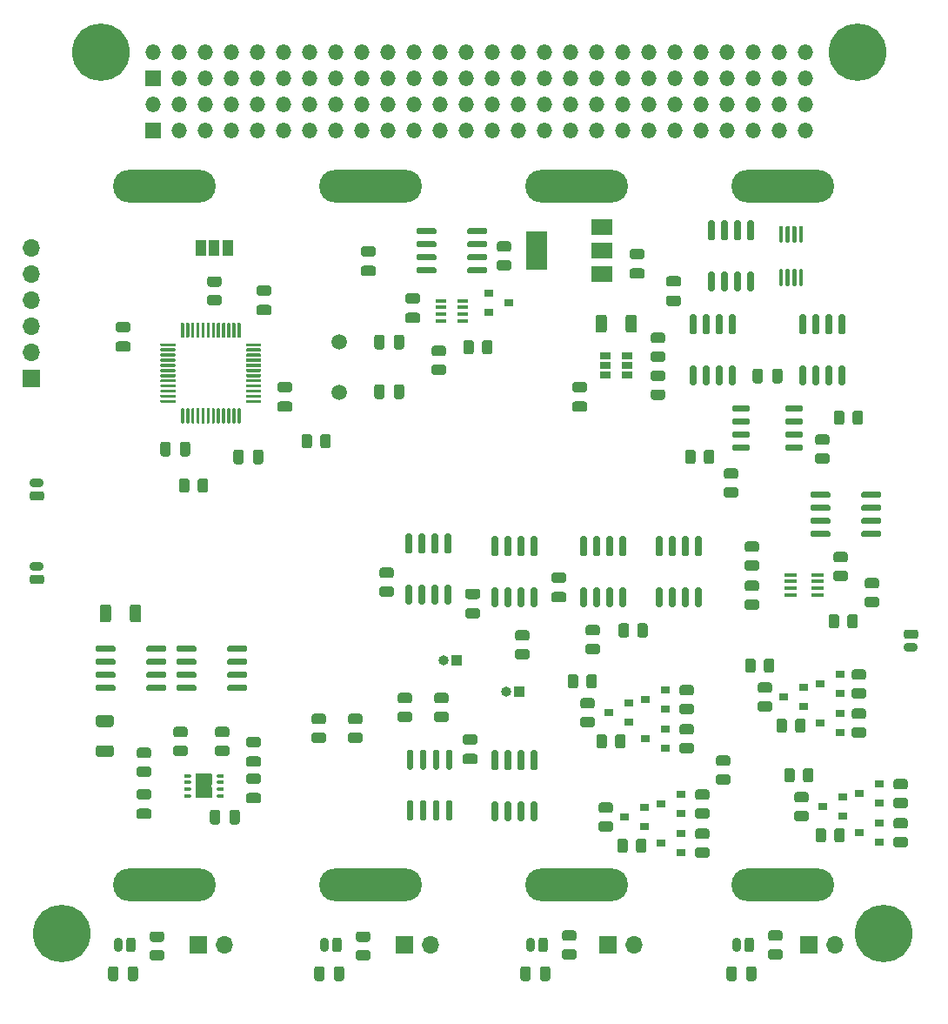
<source format=gbr>
%TF.GenerationSoftware,KiCad,Pcbnew,(5.1.9)-1*%
%TF.CreationDate,2022-01-29T17:26:48-05:00*%
%TF.ProjectId,BatteryMaster,42617474-6572-4794-9d61-737465722e6b,rev?*%
%TF.SameCoordinates,Original*%
%TF.FileFunction,Soldermask,Bot*%
%TF.FilePolarity,Negative*%
%FSLAX46Y46*%
G04 Gerber Fmt 4.6, Leading zero omitted, Abs format (unit mm)*
G04 Created by KiCad (PCBNEW (5.1.9)-1) date 2022-01-29 17:26:48*
%MOMM*%
%LPD*%
G01*
G04 APERTURE LIST*
%ADD10O,10.000000X3.200000*%
%ADD11O,0.900000X1.400000*%
%ADD12O,1.700000X1.700000*%
%ADD13R,1.700000X1.700000*%
%ADD14R,1.000000X1.500000*%
%ADD15O,1.500000X1.500000*%
%ADD16R,1.500000X1.500000*%
%ADD17R,0.900000X0.800000*%
%ADD18R,1.060000X0.650000*%
%ADD19R,2.000000X1.500000*%
%ADD20R,2.000000X3.800000*%
%ADD21O,1.400000X0.900000*%
%ADD22O,1.000000X1.000000*%
%ADD23R,1.000000X1.000000*%
%ADD24C,1.500000*%
%ADD25O,0.650000X0.400000*%
%ADD26R,0.300000X0.400000*%
%ADD27R,1.650000X2.400000*%
%ADD28R,0.650000X1.000000*%
%ADD29R,1.220000X0.400000*%
%ADD30R,1.060000X0.400000*%
%ADD31C,5.600000*%
%ADD32C,3.600000*%
G04 APERTURE END LIST*
D10*
%TO.C,BT1*%
X121920000Y-70902000D03*
X121920000Y-138902000D03*
%TD*%
D11*
%TO.C,TH4*%
X117368000Y-144780000D03*
G36*
G01*
X119068000Y-144305000D02*
X119068000Y-145255000D01*
G75*
G02*
X118843000Y-145480000I-225000J0D01*
G01*
X118393000Y-145480000D01*
G75*
G02*
X118168000Y-145255000I0J225000D01*
G01*
X118168000Y-144305000D01*
G75*
G02*
X118393000Y-144080000I225000J0D01*
G01*
X118843000Y-144080000D01*
G75*
G02*
X119068000Y-144305000I0J-225000D01*
G01*
G37*
%TD*%
%TO.C,TH3*%
X177566000Y-144780000D03*
G36*
G01*
X179266000Y-144305000D02*
X179266000Y-145255000D01*
G75*
G02*
X179041000Y-145480000I-225000J0D01*
G01*
X178591000Y-145480000D01*
G75*
G02*
X178366000Y-145255000I0J225000D01*
G01*
X178366000Y-144305000D01*
G75*
G02*
X178591000Y-144080000I225000J0D01*
G01*
X179041000Y-144080000D01*
G75*
G02*
X179266000Y-144305000I0J-225000D01*
G01*
G37*
%TD*%
%TO.C,TH2*%
X157500000Y-144780000D03*
G36*
G01*
X159200000Y-144305000D02*
X159200000Y-145255000D01*
G75*
G02*
X158975000Y-145480000I-225000J0D01*
G01*
X158525000Y-145480000D01*
G75*
G02*
X158300000Y-145255000I0J225000D01*
G01*
X158300000Y-144305000D01*
G75*
G02*
X158525000Y-144080000I225000J0D01*
G01*
X158975000Y-144080000D01*
G75*
G02*
X159200000Y-144305000I0J-225000D01*
G01*
G37*
%TD*%
%TO.C,TH1*%
X137434000Y-144780000D03*
G36*
G01*
X139134000Y-144305000D02*
X139134000Y-145255000D01*
G75*
G02*
X138909000Y-145480000I-225000J0D01*
G01*
X138459000Y-145480000D01*
G75*
G02*
X138234000Y-145255000I0J225000D01*
G01*
X138234000Y-144305000D01*
G75*
G02*
X138459000Y-144080000I225000J0D01*
G01*
X138909000Y-144080000D01*
G75*
G02*
X139134000Y-144305000I0J-225000D01*
G01*
G37*
%TD*%
%TO.C,Q26*%
G36*
G01*
X124992000Y-115801000D02*
X124992000Y-116101000D01*
G75*
G02*
X124842000Y-116251000I-150000J0D01*
G01*
X123192000Y-116251000D01*
G75*
G02*
X123042000Y-116101000I0J150000D01*
G01*
X123042000Y-115801000D01*
G75*
G02*
X123192000Y-115651000I150000J0D01*
G01*
X124842000Y-115651000D01*
G75*
G02*
X124992000Y-115801000I0J-150000D01*
G01*
G37*
G36*
G01*
X124992000Y-117071000D02*
X124992000Y-117371000D01*
G75*
G02*
X124842000Y-117521000I-150000J0D01*
G01*
X123192000Y-117521000D01*
G75*
G02*
X123042000Y-117371000I0J150000D01*
G01*
X123042000Y-117071000D01*
G75*
G02*
X123192000Y-116921000I150000J0D01*
G01*
X124842000Y-116921000D01*
G75*
G02*
X124992000Y-117071000I0J-150000D01*
G01*
G37*
G36*
G01*
X124992000Y-118341000D02*
X124992000Y-118641000D01*
G75*
G02*
X124842000Y-118791000I-150000J0D01*
G01*
X123192000Y-118791000D01*
G75*
G02*
X123042000Y-118641000I0J150000D01*
G01*
X123042000Y-118341000D01*
G75*
G02*
X123192000Y-118191000I150000J0D01*
G01*
X124842000Y-118191000D01*
G75*
G02*
X124992000Y-118341000I0J-150000D01*
G01*
G37*
G36*
G01*
X124992000Y-119611000D02*
X124992000Y-119911000D01*
G75*
G02*
X124842000Y-120061000I-150000J0D01*
G01*
X123192000Y-120061000D01*
G75*
G02*
X123042000Y-119911000I0J150000D01*
G01*
X123042000Y-119611000D01*
G75*
G02*
X123192000Y-119461000I150000J0D01*
G01*
X124842000Y-119461000D01*
G75*
G02*
X124992000Y-119611000I0J-150000D01*
G01*
G37*
G36*
G01*
X129942000Y-119611000D02*
X129942000Y-119911000D01*
G75*
G02*
X129792000Y-120061000I-150000J0D01*
G01*
X128142000Y-120061000D01*
G75*
G02*
X127992000Y-119911000I0J150000D01*
G01*
X127992000Y-119611000D01*
G75*
G02*
X128142000Y-119461000I150000J0D01*
G01*
X129792000Y-119461000D01*
G75*
G02*
X129942000Y-119611000I0J-150000D01*
G01*
G37*
G36*
G01*
X129942000Y-118341000D02*
X129942000Y-118641000D01*
G75*
G02*
X129792000Y-118791000I-150000J0D01*
G01*
X128142000Y-118791000D01*
G75*
G02*
X127992000Y-118641000I0J150000D01*
G01*
X127992000Y-118341000D01*
G75*
G02*
X128142000Y-118191000I150000J0D01*
G01*
X129792000Y-118191000D01*
G75*
G02*
X129942000Y-118341000I0J-150000D01*
G01*
G37*
G36*
G01*
X129942000Y-117071000D02*
X129942000Y-117371000D01*
G75*
G02*
X129792000Y-117521000I-150000J0D01*
G01*
X128142000Y-117521000D01*
G75*
G02*
X127992000Y-117371000I0J150000D01*
G01*
X127992000Y-117071000D01*
G75*
G02*
X128142000Y-116921000I150000J0D01*
G01*
X129792000Y-116921000D01*
G75*
G02*
X129942000Y-117071000I0J-150000D01*
G01*
G37*
G36*
G01*
X129942000Y-115801000D02*
X129942000Y-116101000D01*
G75*
G02*
X129792000Y-116251000I-150000J0D01*
G01*
X128142000Y-116251000D01*
G75*
G02*
X127992000Y-116101000I0J150000D01*
G01*
X127992000Y-115801000D01*
G75*
G02*
X128142000Y-115651000I150000J0D01*
G01*
X129792000Y-115651000D01*
G75*
G02*
X129942000Y-115801000I0J-150000D01*
G01*
G37*
%TD*%
D12*
%TO.C,J1*%
X108966000Y-76962000D03*
X108966000Y-79502000D03*
X108966000Y-82042000D03*
X108966000Y-84582000D03*
X108966000Y-87122000D03*
D13*
X108966000Y-89662000D03*
%TD*%
D14*
%TO.C,JP1*%
X125446000Y-76962000D03*
X126746000Y-76962000D03*
X128046000Y-76962000D03*
%TD*%
%TO.C,U5*%
G36*
G01*
X181805000Y-79024000D02*
X182005000Y-79024000D01*
G75*
G02*
X182105000Y-79124000I0J-100000D01*
G01*
X182105000Y-80549000D01*
G75*
G02*
X182005000Y-80649000I-100000J0D01*
G01*
X181805000Y-80649000D01*
G75*
G02*
X181705000Y-80549000I0J100000D01*
G01*
X181705000Y-79124000D01*
G75*
G02*
X181805000Y-79024000I100000J0D01*
G01*
G37*
G36*
G01*
X182455000Y-79024000D02*
X182655000Y-79024000D01*
G75*
G02*
X182755000Y-79124000I0J-100000D01*
G01*
X182755000Y-80549000D01*
G75*
G02*
X182655000Y-80649000I-100000J0D01*
G01*
X182455000Y-80649000D01*
G75*
G02*
X182355000Y-80549000I0J100000D01*
G01*
X182355000Y-79124000D01*
G75*
G02*
X182455000Y-79024000I100000J0D01*
G01*
G37*
G36*
G01*
X183105000Y-79024000D02*
X183305000Y-79024000D01*
G75*
G02*
X183405000Y-79124000I0J-100000D01*
G01*
X183405000Y-80549000D01*
G75*
G02*
X183305000Y-80649000I-100000J0D01*
G01*
X183105000Y-80649000D01*
G75*
G02*
X183005000Y-80549000I0J100000D01*
G01*
X183005000Y-79124000D01*
G75*
G02*
X183105000Y-79024000I100000J0D01*
G01*
G37*
G36*
G01*
X183755000Y-79024000D02*
X183955000Y-79024000D01*
G75*
G02*
X184055000Y-79124000I0J-100000D01*
G01*
X184055000Y-80549000D01*
G75*
G02*
X183955000Y-80649000I-100000J0D01*
G01*
X183755000Y-80649000D01*
G75*
G02*
X183655000Y-80549000I0J100000D01*
G01*
X183655000Y-79124000D01*
G75*
G02*
X183755000Y-79024000I100000J0D01*
G01*
G37*
G36*
G01*
X183755000Y-74799000D02*
X183955000Y-74799000D01*
G75*
G02*
X184055000Y-74899000I0J-100000D01*
G01*
X184055000Y-76324000D01*
G75*
G02*
X183955000Y-76424000I-100000J0D01*
G01*
X183755000Y-76424000D01*
G75*
G02*
X183655000Y-76324000I0J100000D01*
G01*
X183655000Y-74899000D01*
G75*
G02*
X183755000Y-74799000I100000J0D01*
G01*
G37*
G36*
G01*
X183105000Y-74799000D02*
X183305000Y-74799000D01*
G75*
G02*
X183405000Y-74899000I0J-100000D01*
G01*
X183405000Y-76324000D01*
G75*
G02*
X183305000Y-76424000I-100000J0D01*
G01*
X183105000Y-76424000D01*
G75*
G02*
X183005000Y-76324000I0J100000D01*
G01*
X183005000Y-74899000D01*
G75*
G02*
X183105000Y-74799000I100000J0D01*
G01*
G37*
G36*
G01*
X182455000Y-74799000D02*
X182655000Y-74799000D01*
G75*
G02*
X182755000Y-74899000I0J-100000D01*
G01*
X182755000Y-76324000D01*
G75*
G02*
X182655000Y-76424000I-100000J0D01*
G01*
X182455000Y-76424000D01*
G75*
G02*
X182355000Y-76324000I0J100000D01*
G01*
X182355000Y-74899000D01*
G75*
G02*
X182455000Y-74799000I100000J0D01*
G01*
G37*
G36*
G01*
X181805000Y-74799000D02*
X182005000Y-74799000D01*
G75*
G02*
X182105000Y-74899000I0J-100000D01*
G01*
X182105000Y-76324000D01*
G75*
G02*
X182005000Y-76424000I-100000J0D01*
G01*
X181805000Y-76424000D01*
G75*
G02*
X181705000Y-76324000I0J100000D01*
G01*
X181705000Y-74899000D01*
G75*
G02*
X181805000Y-74799000I100000J0D01*
G01*
G37*
%TD*%
%TO.C,U4*%
G36*
G01*
X178894000Y-92433000D02*
X178894000Y-92733000D01*
G75*
G02*
X178744000Y-92883000I-150000J0D01*
G01*
X177294000Y-92883000D01*
G75*
G02*
X177144000Y-92733000I0J150000D01*
G01*
X177144000Y-92433000D01*
G75*
G02*
X177294000Y-92283000I150000J0D01*
G01*
X178744000Y-92283000D01*
G75*
G02*
X178894000Y-92433000I0J-150000D01*
G01*
G37*
G36*
G01*
X178894000Y-93703000D02*
X178894000Y-94003000D01*
G75*
G02*
X178744000Y-94153000I-150000J0D01*
G01*
X177294000Y-94153000D01*
G75*
G02*
X177144000Y-94003000I0J150000D01*
G01*
X177144000Y-93703000D01*
G75*
G02*
X177294000Y-93553000I150000J0D01*
G01*
X178744000Y-93553000D01*
G75*
G02*
X178894000Y-93703000I0J-150000D01*
G01*
G37*
G36*
G01*
X178894000Y-94973000D02*
X178894000Y-95273000D01*
G75*
G02*
X178744000Y-95423000I-150000J0D01*
G01*
X177294000Y-95423000D01*
G75*
G02*
X177144000Y-95273000I0J150000D01*
G01*
X177144000Y-94973000D01*
G75*
G02*
X177294000Y-94823000I150000J0D01*
G01*
X178744000Y-94823000D01*
G75*
G02*
X178894000Y-94973000I0J-150000D01*
G01*
G37*
G36*
G01*
X178894000Y-96243000D02*
X178894000Y-96543000D01*
G75*
G02*
X178744000Y-96693000I-150000J0D01*
G01*
X177294000Y-96693000D01*
G75*
G02*
X177144000Y-96543000I0J150000D01*
G01*
X177144000Y-96243000D01*
G75*
G02*
X177294000Y-96093000I150000J0D01*
G01*
X178744000Y-96093000D01*
G75*
G02*
X178894000Y-96243000I0J-150000D01*
G01*
G37*
G36*
G01*
X184044000Y-96243000D02*
X184044000Y-96543000D01*
G75*
G02*
X183894000Y-96693000I-150000J0D01*
G01*
X182444000Y-96693000D01*
G75*
G02*
X182294000Y-96543000I0J150000D01*
G01*
X182294000Y-96243000D01*
G75*
G02*
X182444000Y-96093000I150000J0D01*
G01*
X183894000Y-96093000D01*
G75*
G02*
X184044000Y-96243000I0J-150000D01*
G01*
G37*
G36*
G01*
X184044000Y-94973000D02*
X184044000Y-95273000D01*
G75*
G02*
X183894000Y-95423000I-150000J0D01*
G01*
X182444000Y-95423000D01*
G75*
G02*
X182294000Y-95273000I0J150000D01*
G01*
X182294000Y-94973000D01*
G75*
G02*
X182444000Y-94823000I150000J0D01*
G01*
X183894000Y-94823000D01*
G75*
G02*
X184044000Y-94973000I0J-150000D01*
G01*
G37*
G36*
G01*
X184044000Y-93703000D02*
X184044000Y-94003000D01*
G75*
G02*
X183894000Y-94153000I-150000J0D01*
G01*
X182444000Y-94153000D01*
G75*
G02*
X182294000Y-94003000I0J150000D01*
G01*
X182294000Y-93703000D01*
G75*
G02*
X182444000Y-93553000I150000J0D01*
G01*
X183894000Y-93553000D01*
G75*
G02*
X184044000Y-93703000I0J-150000D01*
G01*
G37*
G36*
G01*
X184044000Y-92433000D02*
X184044000Y-92733000D01*
G75*
G02*
X183894000Y-92883000I-150000J0D01*
G01*
X182444000Y-92883000D01*
G75*
G02*
X182294000Y-92733000I0J150000D01*
G01*
X182294000Y-92433000D01*
G75*
G02*
X182444000Y-92283000I150000J0D01*
G01*
X183894000Y-92283000D01*
G75*
G02*
X184044000Y-92433000I0J-150000D01*
G01*
G37*
%TD*%
%TO.C,Q4*%
G36*
G01*
X174983000Y-79224000D02*
X175283000Y-79224000D01*
G75*
G02*
X175433000Y-79374000I0J-150000D01*
G01*
X175433000Y-81024000D01*
G75*
G02*
X175283000Y-81174000I-150000J0D01*
G01*
X174983000Y-81174000D01*
G75*
G02*
X174833000Y-81024000I0J150000D01*
G01*
X174833000Y-79374000D01*
G75*
G02*
X174983000Y-79224000I150000J0D01*
G01*
G37*
G36*
G01*
X176253000Y-79224000D02*
X176553000Y-79224000D01*
G75*
G02*
X176703000Y-79374000I0J-150000D01*
G01*
X176703000Y-81024000D01*
G75*
G02*
X176553000Y-81174000I-150000J0D01*
G01*
X176253000Y-81174000D01*
G75*
G02*
X176103000Y-81024000I0J150000D01*
G01*
X176103000Y-79374000D01*
G75*
G02*
X176253000Y-79224000I150000J0D01*
G01*
G37*
G36*
G01*
X177523000Y-79224000D02*
X177823000Y-79224000D01*
G75*
G02*
X177973000Y-79374000I0J-150000D01*
G01*
X177973000Y-81024000D01*
G75*
G02*
X177823000Y-81174000I-150000J0D01*
G01*
X177523000Y-81174000D01*
G75*
G02*
X177373000Y-81024000I0J150000D01*
G01*
X177373000Y-79374000D01*
G75*
G02*
X177523000Y-79224000I150000J0D01*
G01*
G37*
G36*
G01*
X178793000Y-79224000D02*
X179093000Y-79224000D01*
G75*
G02*
X179243000Y-79374000I0J-150000D01*
G01*
X179243000Y-81024000D01*
G75*
G02*
X179093000Y-81174000I-150000J0D01*
G01*
X178793000Y-81174000D01*
G75*
G02*
X178643000Y-81024000I0J150000D01*
G01*
X178643000Y-79374000D01*
G75*
G02*
X178793000Y-79224000I150000J0D01*
G01*
G37*
G36*
G01*
X178793000Y-74274000D02*
X179093000Y-74274000D01*
G75*
G02*
X179243000Y-74424000I0J-150000D01*
G01*
X179243000Y-76074000D01*
G75*
G02*
X179093000Y-76224000I-150000J0D01*
G01*
X178793000Y-76224000D01*
G75*
G02*
X178643000Y-76074000I0J150000D01*
G01*
X178643000Y-74424000D01*
G75*
G02*
X178793000Y-74274000I150000J0D01*
G01*
G37*
G36*
G01*
X177523000Y-74274000D02*
X177823000Y-74274000D01*
G75*
G02*
X177973000Y-74424000I0J-150000D01*
G01*
X177973000Y-76074000D01*
G75*
G02*
X177823000Y-76224000I-150000J0D01*
G01*
X177523000Y-76224000D01*
G75*
G02*
X177373000Y-76074000I0J150000D01*
G01*
X177373000Y-74424000D01*
G75*
G02*
X177523000Y-74274000I150000J0D01*
G01*
G37*
G36*
G01*
X176253000Y-74274000D02*
X176553000Y-74274000D01*
G75*
G02*
X176703000Y-74424000I0J-150000D01*
G01*
X176703000Y-76074000D01*
G75*
G02*
X176553000Y-76224000I-150000J0D01*
G01*
X176253000Y-76224000D01*
G75*
G02*
X176103000Y-76074000I0J150000D01*
G01*
X176103000Y-74424000D01*
G75*
G02*
X176253000Y-74274000I150000J0D01*
G01*
G37*
G36*
G01*
X174983000Y-74274000D02*
X175283000Y-74274000D01*
G75*
G02*
X175433000Y-74424000I0J-150000D01*
G01*
X175433000Y-76074000D01*
G75*
G02*
X175283000Y-76224000I-150000J0D01*
G01*
X174983000Y-76224000D01*
G75*
G02*
X174833000Y-76074000I0J150000D01*
G01*
X174833000Y-74424000D01*
G75*
G02*
X174983000Y-74274000I150000J0D01*
G01*
G37*
%TD*%
%TO.C,C9*%
G36*
G01*
X170975000Y-81598000D02*
X171925000Y-81598000D01*
G75*
G02*
X172175000Y-81848000I0J-250000D01*
G01*
X172175000Y-82348000D01*
G75*
G02*
X171925000Y-82598000I-250000J0D01*
G01*
X170975000Y-82598000D01*
G75*
G02*
X170725000Y-82348000I0J250000D01*
G01*
X170725000Y-81848000D01*
G75*
G02*
X170975000Y-81598000I250000J0D01*
G01*
G37*
G36*
G01*
X170975000Y-79698000D02*
X171925000Y-79698000D01*
G75*
G02*
X172175000Y-79948000I0J-250000D01*
G01*
X172175000Y-80448000D01*
G75*
G02*
X171925000Y-80698000I-250000J0D01*
G01*
X170975000Y-80698000D01*
G75*
G02*
X170725000Y-80448000I0J250000D01*
G01*
X170725000Y-79948000D01*
G75*
G02*
X170975000Y-79698000I250000J0D01*
G01*
G37*
%TD*%
D15*
%TO.C,H1*%
X184306000Y-57939000D03*
X184306000Y-60479000D03*
X181766000Y-57939000D03*
X181766000Y-60479000D03*
X179226000Y-57939000D03*
X179226000Y-60479000D03*
X176686000Y-57939000D03*
X176686000Y-60479000D03*
X174146000Y-57939000D03*
X174146000Y-60479000D03*
X171606000Y-57939000D03*
X171606000Y-60479000D03*
X169066000Y-57939000D03*
X169066000Y-60479000D03*
X166526000Y-57939000D03*
X166526000Y-60479000D03*
X163986000Y-57939000D03*
X163986000Y-60479000D03*
X161446000Y-57939000D03*
X161446000Y-60479000D03*
X158906000Y-57939000D03*
X158906000Y-60479000D03*
X156366000Y-57939000D03*
X156366000Y-60479000D03*
X153826000Y-57939000D03*
X153826000Y-60479000D03*
X151286000Y-57939000D03*
X151286000Y-60479000D03*
X148746000Y-57939000D03*
X148746000Y-60479000D03*
X146206000Y-57939000D03*
X146206000Y-60479000D03*
X143666000Y-57939000D03*
X143666000Y-60479000D03*
X141126000Y-57939000D03*
X141126000Y-60479000D03*
X138586000Y-57939000D03*
X138586000Y-60479000D03*
X136046000Y-57939000D03*
X136046000Y-60479000D03*
X133506000Y-57939000D03*
X133506000Y-60479000D03*
X130966000Y-57939000D03*
X130966000Y-60479000D03*
X128426000Y-57939000D03*
X128426000Y-60479000D03*
X125886000Y-57939000D03*
X125886000Y-60479000D03*
X123346000Y-57939000D03*
X123346000Y-60479000D03*
X120806000Y-57939000D03*
D16*
X120806000Y-60479000D03*
%TD*%
D15*
%TO.C,H2*%
X184306000Y-63019000D03*
X184306000Y-65559000D03*
X181766000Y-63019000D03*
X181766000Y-65559000D03*
X179226000Y-63019000D03*
X179226000Y-65559000D03*
X176686000Y-63019000D03*
X176686000Y-65559000D03*
X174146000Y-63019000D03*
X174146000Y-65559000D03*
X171606000Y-63019000D03*
X171606000Y-65559000D03*
X169066000Y-63019000D03*
X169066000Y-65559000D03*
X166526000Y-63019000D03*
X166526000Y-65559000D03*
X163986000Y-63019000D03*
X163986000Y-65559000D03*
X161446000Y-63019000D03*
X161446000Y-65559000D03*
X158906000Y-63019000D03*
X158906000Y-65559000D03*
X156366000Y-63019000D03*
X156366000Y-65559000D03*
X153826000Y-63019000D03*
X153826000Y-65559000D03*
X151286000Y-63019000D03*
X151286000Y-65559000D03*
X148746000Y-63019000D03*
X148746000Y-65559000D03*
X146206000Y-63019000D03*
X146206000Y-65559000D03*
X143666000Y-63019000D03*
X143666000Y-65559000D03*
X141126000Y-63019000D03*
X141126000Y-65559000D03*
X138586000Y-63019000D03*
X138586000Y-65559000D03*
X136046000Y-63019000D03*
X136046000Y-65559000D03*
X133506000Y-63019000D03*
X133506000Y-65559000D03*
X130966000Y-63019000D03*
X130966000Y-65559000D03*
X128426000Y-63019000D03*
X128426000Y-65559000D03*
X125886000Y-63019000D03*
X125886000Y-65559000D03*
X123346000Y-63019000D03*
X123346000Y-65559000D03*
X120806000Y-63019000D03*
D16*
X120806000Y-65559000D03*
%TD*%
D17*
%TO.C,Q25*%
X168672000Y-124714000D03*
X170672000Y-125664000D03*
X170672000Y-123764000D03*
%TD*%
%TO.C,Q24*%
X165116000Y-122174000D03*
X167116000Y-123124000D03*
X167116000Y-121224000D03*
%TD*%
%TO.C,Q22*%
X189500000Y-133858000D03*
X191500000Y-134808000D03*
X191500000Y-132908000D03*
%TD*%
%TO.C,Q21*%
X185944000Y-131318000D03*
X187944000Y-132268000D03*
X187944000Y-130368000D03*
%TD*%
%TO.C,Q19*%
X185690000Y-123190000D03*
X187690000Y-124140000D03*
X187690000Y-122240000D03*
%TD*%
%TO.C,Q18*%
X182134000Y-120650000D03*
X184134000Y-121600000D03*
X184134000Y-119700000D03*
%TD*%
%TO.C,Q16*%
X170196000Y-134874000D03*
X172196000Y-135824000D03*
X172196000Y-133924000D03*
%TD*%
%TO.C,Q15*%
X166640000Y-132334000D03*
X168640000Y-133284000D03*
X168640000Y-131384000D03*
%TD*%
D18*
%TO.C,U2*%
X166962000Y-88392000D03*
X166962000Y-89342000D03*
X166962000Y-87442000D03*
X164762000Y-87442000D03*
X164762000Y-88392000D03*
X164762000Y-89342000D03*
%TD*%
D19*
%TO.C,U1*%
X164440000Y-74916000D03*
X164440000Y-79516000D03*
X164440000Y-77216000D03*
D20*
X158140000Y-77216000D03*
%TD*%
D21*
%TO.C,SW1*%
X194564000Y-115804000D03*
G36*
G01*
X194089000Y-114104000D02*
X195039000Y-114104000D01*
G75*
G02*
X195264000Y-114329000I0J-225000D01*
G01*
X195264000Y-114779000D01*
G75*
G02*
X195039000Y-115004000I-225000J0D01*
G01*
X194089000Y-115004000D01*
G75*
G02*
X193864000Y-114779000I0J225000D01*
G01*
X193864000Y-114329000D01*
G75*
G02*
X194089000Y-114104000I225000J0D01*
G01*
G37*
%TD*%
%TO.C,R25*%
G36*
G01*
X167913000Y-114623002D02*
X167913000Y-113722998D01*
G75*
G02*
X168162998Y-113473000I249998J0D01*
G01*
X168688002Y-113473000D01*
G75*
G02*
X168938000Y-113722998I0J-249998D01*
G01*
X168938000Y-114623002D01*
G75*
G02*
X168688002Y-114873000I-249998J0D01*
G01*
X168162998Y-114873000D01*
G75*
G02*
X167913000Y-114623002I0J249998D01*
G01*
G37*
G36*
G01*
X166088000Y-114623002D02*
X166088000Y-113722998D01*
G75*
G02*
X166337998Y-113473000I249998J0D01*
G01*
X166863002Y-113473000D01*
G75*
G02*
X167113000Y-113722998I0J-249998D01*
G01*
X167113000Y-114623002D01*
G75*
G02*
X166863002Y-114873000I-249998J0D01*
G01*
X166337998Y-114873000D01*
G75*
G02*
X166088000Y-114623002I0J249998D01*
G01*
G37*
%TD*%
%TO.C,R23*%
G36*
G01*
X163125998Y-115462000D02*
X164026002Y-115462000D01*
G75*
G02*
X164276000Y-115711998I0J-249998D01*
G01*
X164276000Y-116237002D01*
G75*
G02*
X164026002Y-116487000I-249998J0D01*
G01*
X163125998Y-116487000D01*
G75*
G02*
X162876000Y-116237002I0J249998D01*
G01*
X162876000Y-115711998D01*
G75*
G02*
X163125998Y-115462000I249998J0D01*
G01*
G37*
G36*
G01*
X163125998Y-113637000D02*
X164026002Y-113637000D01*
G75*
G02*
X164276000Y-113886998I0J-249998D01*
G01*
X164276000Y-114412002D01*
G75*
G02*
X164026002Y-114662000I-249998J0D01*
G01*
X163125998Y-114662000D01*
G75*
G02*
X162876000Y-114412002I0J249998D01*
G01*
X162876000Y-113886998D01*
G75*
G02*
X163125998Y-113637000I249998J0D01*
G01*
G37*
%TD*%
%TO.C,R12*%
G36*
G01*
X176587998Y-100222000D02*
X177488002Y-100222000D01*
G75*
G02*
X177738000Y-100471998I0J-249998D01*
G01*
X177738000Y-100997002D01*
G75*
G02*
X177488002Y-101247000I-249998J0D01*
G01*
X176587998Y-101247000D01*
G75*
G02*
X176338000Y-100997002I0J249998D01*
G01*
X176338000Y-100471998D01*
G75*
G02*
X176587998Y-100222000I249998J0D01*
G01*
G37*
G36*
G01*
X176587998Y-98397000D02*
X177488002Y-98397000D01*
G75*
G02*
X177738000Y-98646998I0J-249998D01*
G01*
X177738000Y-99172002D01*
G75*
G02*
X177488002Y-99422000I-249998J0D01*
G01*
X176587998Y-99422000D01*
G75*
G02*
X176338000Y-99172002I0J249998D01*
G01*
X176338000Y-98646998D01*
G75*
G02*
X176587998Y-98397000I249998J0D01*
G01*
G37*
%TD*%
%TO.C,R11*%
G36*
G01*
X174390000Y-97732002D02*
X174390000Y-96831998D01*
G75*
G02*
X174639998Y-96582000I249998J0D01*
G01*
X175165002Y-96582000D01*
G75*
G02*
X175415000Y-96831998I0J-249998D01*
G01*
X175415000Y-97732002D01*
G75*
G02*
X175165002Y-97982000I-249998J0D01*
G01*
X174639998Y-97982000D01*
G75*
G02*
X174390000Y-97732002I0J249998D01*
G01*
G37*
G36*
G01*
X172565000Y-97732002D02*
X172565000Y-96831998D01*
G75*
G02*
X172814998Y-96582000I249998J0D01*
G01*
X173340002Y-96582000D01*
G75*
G02*
X173590000Y-96831998I0J-249998D01*
G01*
X173590000Y-97732002D01*
G75*
G02*
X173340002Y-97982000I-249998J0D01*
G01*
X172814998Y-97982000D01*
G75*
G02*
X172565000Y-97732002I0J249998D01*
G01*
G37*
%TD*%
%TO.C,R7*%
G36*
G01*
X188868000Y-93922002D02*
X188868000Y-93021998D01*
G75*
G02*
X189117998Y-92772000I249998J0D01*
G01*
X189643002Y-92772000D01*
G75*
G02*
X189893000Y-93021998I0J-249998D01*
G01*
X189893000Y-93922002D01*
G75*
G02*
X189643002Y-94172000I-249998J0D01*
G01*
X189117998Y-94172000D01*
G75*
G02*
X188868000Y-93922002I0J249998D01*
G01*
G37*
G36*
G01*
X187043000Y-93922002D02*
X187043000Y-93021998D01*
G75*
G02*
X187292998Y-92772000I249998J0D01*
G01*
X187818002Y-92772000D01*
G75*
G02*
X188068000Y-93021998I0J-249998D01*
G01*
X188068000Y-93922002D01*
G75*
G02*
X187818002Y-94172000I-249998J0D01*
G01*
X187292998Y-94172000D01*
G75*
G02*
X187043000Y-93922002I0J249998D01*
G01*
G37*
%TD*%
%TO.C,R6*%
G36*
G01*
X186378002Y-96120000D02*
X185477998Y-96120000D01*
G75*
G02*
X185228000Y-95870002I0J249998D01*
G01*
X185228000Y-95344998D01*
G75*
G02*
X185477998Y-95095000I249998J0D01*
G01*
X186378002Y-95095000D01*
G75*
G02*
X186628000Y-95344998I0J-249998D01*
G01*
X186628000Y-95870002D01*
G75*
G02*
X186378002Y-96120000I-249998J0D01*
G01*
G37*
G36*
G01*
X186378002Y-97945000D02*
X185477998Y-97945000D01*
G75*
G02*
X185228000Y-97695002I0J249998D01*
G01*
X185228000Y-97169998D01*
G75*
G02*
X185477998Y-96920000I249998J0D01*
G01*
X186378002Y-96920000D01*
G75*
G02*
X186628000Y-97169998I0J-249998D01*
G01*
X186628000Y-97695002D01*
G75*
G02*
X186378002Y-97945000I-249998J0D01*
G01*
G37*
%TD*%
%TO.C,R5*%
G36*
G01*
X169475998Y-90720500D02*
X170376002Y-90720500D01*
G75*
G02*
X170626000Y-90970498I0J-249998D01*
G01*
X170626000Y-91495502D01*
G75*
G02*
X170376002Y-91745500I-249998J0D01*
G01*
X169475998Y-91745500D01*
G75*
G02*
X169226000Y-91495502I0J249998D01*
G01*
X169226000Y-90970498D01*
G75*
G02*
X169475998Y-90720500I249998J0D01*
G01*
G37*
G36*
G01*
X169475998Y-88895500D02*
X170376002Y-88895500D01*
G75*
G02*
X170626000Y-89145498I0J-249998D01*
G01*
X170626000Y-89670502D01*
G75*
G02*
X170376002Y-89920500I-249998J0D01*
G01*
X169475998Y-89920500D01*
G75*
G02*
X169226000Y-89670502I0J249998D01*
G01*
X169226000Y-89145498D01*
G75*
G02*
X169475998Y-88895500I249998J0D01*
G01*
G37*
%TD*%
%TO.C,R4*%
G36*
G01*
X170376002Y-86214000D02*
X169475998Y-86214000D01*
G75*
G02*
X169226000Y-85964002I0J249998D01*
G01*
X169226000Y-85438998D01*
G75*
G02*
X169475998Y-85189000I249998J0D01*
G01*
X170376002Y-85189000D01*
G75*
G02*
X170626000Y-85438998I0J-249998D01*
G01*
X170626000Y-85964002D01*
G75*
G02*
X170376002Y-86214000I-249998J0D01*
G01*
G37*
G36*
G01*
X170376002Y-88039000D02*
X169475998Y-88039000D01*
G75*
G02*
X169226000Y-87789002I0J249998D01*
G01*
X169226000Y-87263998D01*
G75*
G02*
X169475998Y-87014000I249998J0D01*
G01*
X170376002Y-87014000D01*
G75*
G02*
X170626000Y-87263998I0J-249998D01*
G01*
X170626000Y-87789002D01*
G75*
G02*
X170376002Y-88039000I-249998J0D01*
G01*
G37*
%TD*%
%TO.C,R1*%
G36*
G01*
X164962000Y-83702997D02*
X164962000Y-84953003D01*
G75*
G02*
X164712003Y-85203000I-249997J0D01*
G01*
X164086997Y-85203000D01*
G75*
G02*
X163837000Y-84953003I0J249997D01*
G01*
X163837000Y-83702997D01*
G75*
G02*
X164086997Y-83453000I249997J0D01*
G01*
X164712003Y-83453000D01*
G75*
G02*
X164962000Y-83702997I0J-249997D01*
G01*
G37*
G36*
G01*
X167887000Y-83702997D02*
X167887000Y-84953003D01*
G75*
G02*
X167637003Y-85203000I-249997J0D01*
G01*
X167011997Y-85203000D01*
G75*
G02*
X166762000Y-84953003I0J249997D01*
G01*
X166762000Y-83702997D01*
G75*
G02*
X167011997Y-83453000I249997J0D01*
G01*
X167637003Y-83453000D01*
G75*
G02*
X167887000Y-83702997I0J-249997D01*
G01*
G37*
%TD*%
%TO.C,Q9*%
G36*
G01*
X166647000Y-106958000D02*
X166347000Y-106958000D01*
G75*
G02*
X166197000Y-106808000I0J150000D01*
G01*
X166197000Y-105158000D01*
G75*
G02*
X166347000Y-105008000I150000J0D01*
G01*
X166647000Y-105008000D01*
G75*
G02*
X166797000Y-105158000I0J-150000D01*
G01*
X166797000Y-106808000D01*
G75*
G02*
X166647000Y-106958000I-150000J0D01*
G01*
G37*
G36*
G01*
X165377000Y-106958000D02*
X165077000Y-106958000D01*
G75*
G02*
X164927000Y-106808000I0J150000D01*
G01*
X164927000Y-105158000D01*
G75*
G02*
X165077000Y-105008000I150000J0D01*
G01*
X165377000Y-105008000D01*
G75*
G02*
X165527000Y-105158000I0J-150000D01*
G01*
X165527000Y-106808000D01*
G75*
G02*
X165377000Y-106958000I-150000J0D01*
G01*
G37*
G36*
G01*
X164107000Y-106958000D02*
X163807000Y-106958000D01*
G75*
G02*
X163657000Y-106808000I0J150000D01*
G01*
X163657000Y-105158000D01*
G75*
G02*
X163807000Y-105008000I150000J0D01*
G01*
X164107000Y-105008000D01*
G75*
G02*
X164257000Y-105158000I0J-150000D01*
G01*
X164257000Y-106808000D01*
G75*
G02*
X164107000Y-106958000I-150000J0D01*
G01*
G37*
G36*
G01*
X162837000Y-106958000D02*
X162537000Y-106958000D01*
G75*
G02*
X162387000Y-106808000I0J150000D01*
G01*
X162387000Y-105158000D01*
G75*
G02*
X162537000Y-105008000I150000J0D01*
G01*
X162837000Y-105008000D01*
G75*
G02*
X162987000Y-105158000I0J-150000D01*
G01*
X162987000Y-106808000D01*
G75*
G02*
X162837000Y-106958000I-150000J0D01*
G01*
G37*
G36*
G01*
X162837000Y-111908000D02*
X162537000Y-111908000D01*
G75*
G02*
X162387000Y-111758000I0J150000D01*
G01*
X162387000Y-110108000D01*
G75*
G02*
X162537000Y-109958000I150000J0D01*
G01*
X162837000Y-109958000D01*
G75*
G02*
X162987000Y-110108000I0J-150000D01*
G01*
X162987000Y-111758000D01*
G75*
G02*
X162837000Y-111908000I-150000J0D01*
G01*
G37*
G36*
G01*
X164107000Y-111908000D02*
X163807000Y-111908000D01*
G75*
G02*
X163657000Y-111758000I0J150000D01*
G01*
X163657000Y-110108000D01*
G75*
G02*
X163807000Y-109958000I150000J0D01*
G01*
X164107000Y-109958000D01*
G75*
G02*
X164257000Y-110108000I0J-150000D01*
G01*
X164257000Y-111758000D01*
G75*
G02*
X164107000Y-111908000I-150000J0D01*
G01*
G37*
G36*
G01*
X165377000Y-111908000D02*
X165077000Y-111908000D01*
G75*
G02*
X164927000Y-111758000I0J150000D01*
G01*
X164927000Y-110108000D01*
G75*
G02*
X165077000Y-109958000I150000J0D01*
G01*
X165377000Y-109958000D01*
G75*
G02*
X165527000Y-110108000I0J-150000D01*
G01*
X165527000Y-111758000D01*
G75*
G02*
X165377000Y-111908000I-150000J0D01*
G01*
G37*
G36*
G01*
X166647000Y-111908000D02*
X166347000Y-111908000D01*
G75*
G02*
X166197000Y-111758000I0J150000D01*
G01*
X166197000Y-110108000D01*
G75*
G02*
X166347000Y-109958000I150000J0D01*
G01*
X166647000Y-109958000D01*
G75*
G02*
X166797000Y-110108000I0J-150000D01*
G01*
X166797000Y-111758000D01*
G75*
G02*
X166647000Y-111908000I-150000J0D01*
G01*
G37*
%TD*%
%TO.C,Q8*%
G36*
G01*
X174013000Y-106958000D02*
X173713000Y-106958000D01*
G75*
G02*
X173563000Y-106808000I0J150000D01*
G01*
X173563000Y-105158000D01*
G75*
G02*
X173713000Y-105008000I150000J0D01*
G01*
X174013000Y-105008000D01*
G75*
G02*
X174163000Y-105158000I0J-150000D01*
G01*
X174163000Y-106808000D01*
G75*
G02*
X174013000Y-106958000I-150000J0D01*
G01*
G37*
G36*
G01*
X172743000Y-106958000D02*
X172443000Y-106958000D01*
G75*
G02*
X172293000Y-106808000I0J150000D01*
G01*
X172293000Y-105158000D01*
G75*
G02*
X172443000Y-105008000I150000J0D01*
G01*
X172743000Y-105008000D01*
G75*
G02*
X172893000Y-105158000I0J-150000D01*
G01*
X172893000Y-106808000D01*
G75*
G02*
X172743000Y-106958000I-150000J0D01*
G01*
G37*
G36*
G01*
X171473000Y-106958000D02*
X171173000Y-106958000D01*
G75*
G02*
X171023000Y-106808000I0J150000D01*
G01*
X171023000Y-105158000D01*
G75*
G02*
X171173000Y-105008000I150000J0D01*
G01*
X171473000Y-105008000D01*
G75*
G02*
X171623000Y-105158000I0J-150000D01*
G01*
X171623000Y-106808000D01*
G75*
G02*
X171473000Y-106958000I-150000J0D01*
G01*
G37*
G36*
G01*
X170203000Y-106958000D02*
X169903000Y-106958000D01*
G75*
G02*
X169753000Y-106808000I0J150000D01*
G01*
X169753000Y-105158000D01*
G75*
G02*
X169903000Y-105008000I150000J0D01*
G01*
X170203000Y-105008000D01*
G75*
G02*
X170353000Y-105158000I0J-150000D01*
G01*
X170353000Y-106808000D01*
G75*
G02*
X170203000Y-106958000I-150000J0D01*
G01*
G37*
G36*
G01*
X170203000Y-111908000D02*
X169903000Y-111908000D01*
G75*
G02*
X169753000Y-111758000I0J150000D01*
G01*
X169753000Y-110108000D01*
G75*
G02*
X169903000Y-109958000I150000J0D01*
G01*
X170203000Y-109958000D01*
G75*
G02*
X170353000Y-110108000I0J-150000D01*
G01*
X170353000Y-111758000D01*
G75*
G02*
X170203000Y-111908000I-150000J0D01*
G01*
G37*
G36*
G01*
X171473000Y-111908000D02*
X171173000Y-111908000D01*
G75*
G02*
X171023000Y-111758000I0J150000D01*
G01*
X171023000Y-110108000D01*
G75*
G02*
X171173000Y-109958000I150000J0D01*
G01*
X171473000Y-109958000D01*
G75*
G02*
X171623000Y-110108000I0J-150000D01*
G01*
X171623000Y-111758000D01*
G75*
G02*
X171473000Y-111908000I-150000J0D01*
G01*
G37*
G36*
G01*
X172743000Y-111908000D02*
X172443000Y-111908000D01*
G75*
G02*
X172293000Y-111758000I0J150000D01*
G01*
X172293000Y-110108000D01*
G75*
G02*
X172443000Y-109958000I150000J0D01*
G01*
X172743000Y-109958000D01*
G75*
G02*
X172893000Y-110108000I0J-150000D01*
G01*
X172893000Y-111758000D01*
G75*
G02*
X172743000Y-111908000I-150000J0D01*
G01*
G37*
G36*
G01*
X174013000Y-111908000D02*
X173713000Y-111908000D01*
G75*
G02*
X173563000Y-111758000I0J150000D01*
G01*
X173563000Y-110108000D01*
G75*
G02*
X173713000Y-109958000I150000J0D01*
G01*
X174013000Y-109958000D01*
G75*
G02*
X174163000Y-110108000I0J-150000D01*
G01*
X174163000Y-111758000D01*
G75*
G02*
X174013000Y-111908000I-150000J0D01*
G01*
G37*
%TD*%
D22*
%TO.C,JP3*%
X155194000Y-120142000D03*
D23*
X156464000Y-120142000D03*
%TD*%
D22*
%TO.C,JP2*%
X149098000Y-117094000D03*
D23*
X150368000Y-117094000D03*
%TD*%
%TO.C,C13*%
G36*
G01*
X159799000Y-110432000D02*
X160749000Y-110432000D01*
G75*
G02*
X160999000Y-110682000I0J-250000D01*
G01*
X160999000Y-111182000D01*
G75*
G02*
X160749000Y-111432000I-250000J0D01*
G01*
X159799000Y-111432000D01*
G75*
G02*
X159549000Y-111182000I0J250000D01*
G01*
X159549000Y-110682000D01*
G75*
G02*
X159799000Y-110432000I250000J0D01*
G01*
G37*
G36*
G01*
X159799000Y-108532000D02*
X160749000Y-108532000D01*
G75*
G02*
X160999000Y-108782000I0J-250000D01*
G01*
X160999000Y-109282000D01*
G75*
G02*
X160749000Y-109532000I-250000J0D01*
G01*
X159799000Y-109532000D01*
G75*
G02*
X159549000Y-109282000I0J250000D01*
G01*
X159549000Y-108782000D01*
G75*
G02*
X159799000Y-108532000I250000J0D01*
G01*
G37*
%TD*%
%TO.C,C7*%
G36*
G01*
X181044000Y-89883000D02*
X181044000Y-88933000D01*
G75*
G02*
X181294000Y-88683000I250000J0D01*
G01*
X181794000Y-88683000D01*
G75*
G02*
X182044000Y-88933000I0J-250000D01*
G01*
X182044000Y-89883000D01*
G75*
G02*
X181794000Y-90133000I-250000J0D01*
G01*
X181294000Y-90133000D01*
G75*
G02*
X181044000Y-89883000I0J250000D01*
G01*
G37*
G36*
G01*
X179144000Y-89883000D02*
X179144000Y-88933000D01*
G75*
G02*
X179394000Y-88683000I250000J0D01*
G01*
X179894000Y-88683000D01*
G75*
G02*
X180144000Y-88933000I0J-250000D01*
G01*
X180144000Y-89883000D01*
G75*
G02*
X179894000Y-90133000I-250000J0D01*
G01*
X179394000Y-90133000D01*
G75*
G02*
X179144000Y-89883000I0J250000D01*
G01*
G37*
%TD*%
%TO.C,C2*%
G36*
G01*
X162781000Y-90990000D02*
X161831000Y-90990000D01*
G75*
G02*
X161581000Y-90740000I0J250000D01*
G01*
X161581000Y-90240000D01*
G75*
G02*
X161831000Y-89990000I250000J0D01*
G01*
X162781000Y-89990000D01*
G75*
G02*
X163031000Y-90240000I0J-250000D01*
G01*
X163031000Y-90740000D01*
G75*
G02*
X162781000Y-90990000I-250000J0D01*
G01*
G37*
G36*
G01*
X162781000Y-92890000D02*
X161831000Y-92890000D01*
G75*
G02*
X161581000Y-92640000I0J250000D01*
G01*
X161581000Y-92140000D01*
G75*
G02*
X161831000Y-91890000I250000J0D01*
G01*
X162781000Y-91890000D01*
G75*
G02*
X163031000Y-92140000I0J-250000D01*
G01*
X163031000Y-92640000D01*
G75*
G02*
X162781000Y-92890000I-250000J0D01*
G01*
G37*
%TD*%
%TO.C,C1*%
G36*
G01*
X168369000Y-78036000D02*
X167419000Y-78036000D01*
G75*
G02*
X167169000Y-77786000I0J250000D01*
G01*
X167169000Y-77286000D01*
G75*
G02*
X167419000Y-77036000I250000J0D01*
G01*
X168369000Y-77036000D01*
G75*
G02*
X168619000Y-77286000I0J-250000D01*
G01*
X168619000Y-77786000D01*
G75*
G02*
X168369000Y-78036000I-250000J0D01*
G01*
G37*
G36*
G01*
X168369000Y-79936000D02*
X167419000Y-79936000D01*
G75*
G02*
X167169000Y-79686000I0J250000D01*
G01*
X167169000Y-79186000D01*
G75*
G02*
X167419000Y-78936000I250000J0D01*
G01*
X168369000Y-78936000D01*
G75*
G02*
X168619000Y-79186000I0J-250000D01*
G01*
X168619000Y-79686000D01*
G75*
G02*
X168369000Y-79936000I-250000J0D01*
G01*
G37*
%TD*%
D10*
%TO.C,BT4*%
X182118000Y-138902000D03*
X182118000Y-70902000D03*
%TD*%
%TO.C,BT2*%
X162052000Y-138902000D03*
X162052000Y-70902000D03*
%TD*%
%TO.C,BT3*%
X141986000Y-70902000D03*
X141986000Y-138902000D03*
%TD*%
D24*
%TO.C,Y1*%
X138938000Y-90986000D03*
X138938000Y-86106000D03*
%TD*%
D25*
%TO.C,U3*%
X124180000Y-128311000D03*
X124180000Y-128961000D03*
D26*
X123980000Y-129611000D03*
X123980000Y-130261000D03*
X127480000Y-130261000D03*
D25*
X127280000Y-129611000D03*
D26*
X127480000Y-128961000D03*
X127480000Y-128311000D03*
D27*
X125730000Y-129286000D03*
D28*
X125280000Y-129911000D03*
X126180000Y-129911000D03*
X125280000Y-128661000D03*
X126180000Y-128661000D03*
D26*
X123980000Y-128311000D03*
X123980000Y-128961000D03*
D25*
X124180000Y-129611000D03*
X124180000Y-130261000D03*
X127280000Y-130261000D03*
D26*
X127480000Y-129611000D03*
D25*
X127280000Y-128961000D03*
X127280000Y-128311000D03*
%TD*%
%TO.C,U8*%
G36*
G01*
X129293500Y-84301000D02*
X129293500Y-85626000D01*
G75*
G02*
X129218500Y-85701000I-75000J0D01*
G01*
X129068500Y-85701000D01*
G75*
G02*
X128993500Y-85626000I0J75000D01*
G01*
X128993500Y-84301000D01*
G75*
G02*
X129068500Y-84226000I75000J0D01*
G01*
X129218500Y-84226000D01*
G75*
G02*
X129293500Y-84301000I0J-75000D01*
G01*
G37*
G36*
G01*
X128793500Y-84301000D02*
X128793500Y-85626000D01*
G75*
G02*
X128718500Y-85701000I-75000J0D01*
G01*
X128568500Y-85701000D01*
G75*
G02*
X128493500Y-85626000I0J75000D01*
G01*
X128493500Y-84301000D01*
G75*
G02*
X128568500Y-84226000I75000J0D01*
G01*
X128718500Y-84226000D01*
G75*
G02*
X128793500Y-84301000I0J-75000D01*
G01*
G37*
G36*
G01*
X128293500Y-84301000D02*
X128293500Y-85626000D01*
G75*
G02*
X128218500Y-85701000I-75000J0D01*
G01*
X128068500Y-85701000D01*
G75*
G02*
X127993500Y-85626000I0J75000D01*
G01*
X127993500Y-84301000D01*
G75*
G02*
X128068500Y-84226000I75000J0D01*
G01*
X128218500Y-84226000D01*
G75*
G02*
X128293500Y-84301000I0J-75000D01*
G01*
G37*
G36*
G01*
X127793500Y-84301000D02*
X127793500Y-85626000D01*
G75*
G02*
X127718500Y-85701000I-75000J0D01*
G01*
X127568500Y-85701000D01*
G75*
G02*
X127493500Y-85626000I0J75000D01*
G01*
X127493500Y-84301000D01*
G75*
G02*
X127568500Y-84226000I75000J0D01*
G01*
X127718500Y-84226000D01*
G75*
G02*
X127793500Y-84301000I0J-75000D01*
G01*
G37*
G36*
G01*
X127293500Y-84301000D02*
X127293500Y-85626000D01*
G75*
G02*
X127218500Y-85701000I-75000J0D01*
G01*
X127068500Y-85701000D01*
G75*
G02*
X126993500Y-85626000I0J75000D01*
G01*
X126993500Y-84301000D01*
G75*
G02*
X127068500Y-84226000I75000J0D01*
G01*
X127218500Y-84226000D01*
G75*
G02*
X127293500Y-84301000I0J-75000D01*
G01*
G37*
G36*
G01*
X126793500Y-84301000D02*
X126793500Y-85626000D01*
G75*
G02*
X126718500Y-85701000I-75000J0D01*
G01*
X126568500Y-85701000D01*
G75*
G02*
X126493500Y-85626000I0J75000D01*
G01*
X126493500Y-84301000D01*
G75*
G02*
X126568500Y-84226000I75000J0D01*
G01*
X126718500Y-84226000D01*
G75*
G02*
X126793500Y-84301000I0J-75000D01*
G01*
G37*
G36*
G01*
X126293500Y-84301000D02*
X126293500Y-85626000D01*
G75*
G02*
X126218500Y-85701000I-75000J0D01*
G01*
X126068500Y-85701000D01*
G75*
G02*
X125993500Y-85626000I0J75000D01*
G01*
X125993500Y-84301000D01*
G75*
G02*
X126068500Y-84226000I75000J0D01*
G01*
X126218500Y-84226000D01*
G75*
G02*
X126293500Y-84301000I0J-75000D01*
G01*
G37*
G36*
G01*
X125793500Y-84301000D02*
X125793500Y-85626000D01*
G75*
G02*
X125718500Y-85701000I-75000J0D01*
G01*
X125568500Y-85701000D01*
G75*
G02*
X125493500Y-85626000I0J75000D01*
G01*
X125493500Y-84301000D01*
G75*
G02*
X125568500Y-84226000I75000J0D01*
G01*
X125718500Y-84226000D01*
G75*
G02*
X125793500Y-84301000I0J-75000D01*
G01*
G37*
G36*
G01*
X125293500Y-84301000D02*
X125293500Y-85626000D01*
G75*
G02*
X125218500Y-85701000I-75000J0D01*
G01*
X125068500Y-85701000D01*
G75*
G02*
X124993500Y-85626000I0J75000D01*
G01*
X124993500Y-84301000D01*
G75*
G02*
X125068500Y-84226000I75000J0D01*
G01*
X125218500Y-84226000D01*
G75*
G02*
X125293500Y-84301000I0J-75000D01*
G01*
G37*
G36*
G01*
X124793500Y-84301000D02*
X124793500Y-85626000D01*
G75*
G02*
X124718500Y-85701000I-75000J0D01*
G01*
X124568500Y-85701000D01*
G75*
G02*
X124493500Y-85626000I0J75000D01*
G01*
X124493500Y-84301000D01*
G75*
G02*
X124568500Y-84226000I75000J0D01*
G01*
X124718500Y-84226000D01*
G75*
G02*
X124793500Y-84301000I0J-75000D01*
G01*
G37*
G36*
G01*
X124293500Y-84301000D02*
X124293500Y-85626000D01*
G75*
G02*
X124218500Y-85701000I-75000J0D01*
G01*
X124068500Y-85701000D01*
G75*
G02*
X123993500Y-85626000I0J75000D01*
G01*
X123993500Y-84301000D01*
G75*
G02*
X124068500Y-84226000I75000J0D01*
G01*
X124218500Y-84226000D01*
G75*
G02*
X124293500Y-84301000I0J-75000D01*
G01*
G37*
G36*
G01*
X123793500Y-84301000D02*
X123793500Y-85626000D01*
G75*
G02*
X123718500Y-85701000I-75000J0D01*
G01*
X123568500Y-85701000D01*
G75*
G02*
X123493500Y-85626000I0J75000D01*
G01*
X123493500Y-84301000D01*
G75*
G02*
X123568500Y-84226000I75000J0D01*
G01*
X123718500Y-84226000D01*
G75*
G02*
X123793500Y-84301000I0J-75000D01*
G01*
G37*
G36*
G01*
X122968500Y-86301000D02*
X122968500Y-86451000D01*
G75*
G02*
X122893500Y-86526000I-75000J0D01*
G01*
X121568500Y-86526000D01*
G75*
G02*
X121493500Y-86451000I0J75000D01*
G01*
X121493500Y-86301000D01*
G75*
G02*
X121568500Y-86226000I75000J0D01*
G01*
X122893500Y-86226000D01*
G75*
G02*
X122968500Y-86301000I0J-75000D01*
G01*
G37*
G36*
G01*
X122968500Y-86801000D02*
X122968500Y-86951000D01*
G75*
G02*
X122893500Y-87026000I-75000J0D01*
G01*
X121568500Y-87026000D01*
G75*
G02*
X121493500Y-86951000I0J75000D01*
G01*
X121493500Y-86801000D01*
G75*
G02*
X121568500Y-86726000I75000J0D01*
G01*
X122893500Y-86726000D01*
G75*
G02*
X122968500Y-86801000I0J-75000D01*
G01*
G37*
G36*
G01*
X122968500Y-87301000D02*
X122968500Y-87451000D01*
G75*
G02*
X122893500Y-87526000I-75000J0D01*
G01*
X121568500Y-87526000D01*
G75*
G02*
X121493500Y-87451000I0J75000D01*
G01*
X121493500Y-87301000D01*
G75*
G02*
X121568500Y-87226000I75000J0D01*
G01*
X122893500Y-87226000D01*
G75*
G02*
X122968500Y-87301000I0J-75000D01*
G01*
G37*
G36*
G01*
X122968500Y-87801000D02*
X122968500Y-87951000D01*
G75*
G02*
X122893500Y-88026000I-75000J0D01*
G01*
X121568500Y-88026000D01*
G75*
G02*
X121493500Y-87951000I0J75000D01*
G01*
X121493500Y-87801000D01*
G75*
G02*
X121568500Y-87726000I75000J0D01*
G01*
X122893500Y-87726000D01*
G75*
G02*
X122968500Y-87801000I0J-75000D01*
G01*
G37*
G36*
G01*
X122968500Y-88301000D02*
X122968500Y-88451000D01*
G75*
G02*
X122893500Y-88526000I-75000J0D01*
G01*
X121568500Y-88526000D01*
G75*
G02*
X121493500Y-88451000I0J75000D01*
G01*
X121493500Y-88301000D01*
G75*
G02*
X121568500Y-88226000I75000J0D01*
G01*
X122893500Y-88226000D01*
G75*
G02*
X122968500Y-88301000I0J-75000D01*
G01*
G37*
G36*
G01*
X122968500Y-88801000D02*
X122968500Y-88951000D01*
G75*
G02*
X122893500Y-89026000I-75000J0D01*
G01*
X121568500Y-89026000D01*
G75*
G02*
X121493500Y-88951000I0J75000D01*
G01*
X121493500Y-88801000D01*
G75*
G02*
X121568500Y-88726000I75000J0D01*
G01*
X122893500Y-88726000D01*
G75*
G02*
X122968500Y-88801000I0J-75000D01*
G01*
G37*
G36*
G01*
X122968500Y-89301000D02*
X122968500Y-89451000D01*
G75*
G02*
X122893500Y-89526000I-75000J0D01*
G01*
X121568500Y-89526000D01*
G75*
G02*
X121493500Y-89451000I0J75000D01*
G01*
X121493500Y-89301000D01*
G75*
G02*
X121568500Y-89226000I75000J0D01*
G01*
X122893500Y-89226000D01*
G75*
G02*
X122968500Y-89301000I0J-75000D01*
G01*
G37*
G36*
G01*
X122968500Y-89801000D02*
X122968500Y-89951000D01*
G75*
G02*
X122893500Y-90026000I-75000J0D01*
G01*
X121568500Y-90026000D01*
G75*
G02*
X121493500Y-89951000I0J75000D01*
G01*
X121493500Y-89801000D01*
G75*
G02*
X121568500Y-89726000I75000J0D01*
G01*
X122893500Y-89726000D01*
G75*
G02*
X122968500Y-89801000I0J-75000D01*
G01*
G37*
G36*
G01*
X122968500Y-90301000D02*
X122968500Y-90451000D01*
G75*
G02*
X122893500Y-90526000I-75000J0D01*
G01*
X121568500Y-90526000D01*
G75*
G02*
X121493500Y-90451000I0J75000D01*
G01*
X121493500Y-90301000D01*
G75*
G02*
X121568500Y-90226000I75000J0D01*
G01*
X122893500Y-90226000D01*
G75*
G02*
X122968500Y-90301000I0J-75000D01*
G01*
G37*
G36*
G01*
X122968500Y-90801000D02*
X122968500Y-90951000D01*
G75*
G02*
X122893500Y-91026000I-75000J0D01*
G01*
X121568500Y-91026000D01*
G75*
G02*
X121493500Y-90951000I0J75000D01*
G01*
X121493500Y-90801000D01*
G75*
G02*
X121568500Y-90726000I75000J0D01*
G01*
X122893500Y-90726000D01*
G75*
G02*
X122968500Y-90801000I0J-75000D01*
G01*
G37*
G36*
G01*
X122968500Y-91301000D02*
X122968500Y-91451000D01*
G75*
G02*
X122893500Y-91526000I-75000J0D01*
G01*
X121568500Y-91526000D01*
G75*
G02*
X121493500Y-91451000I0J75000D01*
G01*
X121493500Y-91301000D01*
G75*
G02*
X121568500Y-91226000I75000J0D01*
G01*
X122893500Y-91226000D01*
G75*
G02*
X122968500Y-91301000I0J-75000D01*
G01*
G37*
G36*
G01*
X122968500Y-91801000D02*
X122968500Y-91951000D01*
G75*
G02*
X122893500Y-92026000I-75000J0D01*
G01*
X121568500Y-92026000D01*
G75*
G02*
X121493500Y-91951000I0J75000D01*
G01*
X121493500Y-91801000D01*
G75*
G02*
X121568500Y-91726000I75000J0D01*
G01*
X122893500Y-91726000D01*
G75*
G02*
X122968500Y-91801000I0J-75000D01*
G01*
G37*
G36*
G01*
X123793500Y-92626000D02*
X123793500Y-93951000D01*
G75*
G02*
X123718500Y-94026000I-75000J0D01*
G01*
X123568500Y-94026000D01*
G75*
G02*
X123493500Y-93951000I0J75000D01*
G01*
X123493500Y-92626000D01*
G75*
G02*
X123568500Y-92551000I75000J0D01*
G01*
X123718500Y-92551000D01*
G75*
G02*
X123793500Y-92626000I0J-75000D01*
G01*
G37*
G36*
G01*
X124293500Y-92626000D02*
X124293500Y-93951000D01*
G75*
G02*
X124218500Y-94026000I-75000J0D01*
G01*
X124068500Y-94026000D01*
G75*
G02*
X123993500Y-93951000I0J75000D01*
G01*
X123993500Y-92626000D01*
G75*
G02*
X124068500Y-92551000I75000J0D01*
G01*
X124218500Y-92551000D01*
G75*
G02*
X124293500Y-92626000I0J-75000D01*
G01*
G37*
G36*
G01*
X124793500Y-92626000D02*
X124793500Y-93951000D01*
G75*
G02*
X124718500Y-94026000I-75000J0D01*
G01*
X124568500Y-94026000D01*
G75*
G02*
X124493500Y-93951000I0J75000D01*
G01*
X124493500Y-92626000D01*
G75*
G02*
X124568500Y-92551000I75000J0D01*
G01*
X124718500Y-92551000D01*
G75*
G02*
X124793500Y-92626000I0J-75000D01*
G01*
G37*
G36*
G01*
X125293500Y-92626000D02*
X125293500Y-93951000D01*
G75*
G02*
X125218500Y-94026000I-75000J0D01*
G01*
X125068500Y-94026000D01*
G75*
G02*
X124993500Y-93951000I0J75000D01*
G01*
X124993500Y-92626000D01*
G75*
G02*
X125068500Y-92551000I75000J0D01*
G01*
X125218500Y-92551000D01*
G75*
G02*
X125293500Y-92626000I0J-75000D01*
G01*
G37*
G36*
G01*
X125793500Y-92626000D02*
X125793500Y-93951000D01*
G75*
G02*
X125718500Y-94026000I-75000J0D01*
G01*
X125568500Y-94026000D01*
G75*
G02*
X125493500Y-93951000I0J75000D01*
G01*
X125493500Y-92626000D01*
G75*
G02*
X125568500Y-92551000I75000J0D01*
G01*
X125718500Y-92551000D01*
G75*
G02*
X125793500Y-92626000I0J-75000D01*
G01*
G37*
G36*
G01*
X126293500Y-92626000D02*
X126293500Y-93951000D01*
G75*
G02*
X126218500Y-94026000I-75000J0D01*
G01*
X126068500Y-94026000D01*
G75*
G02*
X125993500Y-93951000I0J75000D01*
G01*
X125993500Y-92626000D01*
G75*
G02*
X126068500Y-92551000I75000J0D01*
G01*
X126218500Y-92551000D01*
G75*
G02*
X126293500Y-92626000I0J-75000D01*
G01*
G37*
G36*
G01*
X126793500Y-92626000D02*
X126793500Y-93951000D01*
G75*
G02*
X126718500Y-94026000I-75000J0D01*
G01*
X126568500Y-94026000D01*
G75*
G02*
X126493500Y-93951000I0J75000D01*
G01*
X126493500Y-92626000D01*
G75*
G02*
X126568500Y-92551000I75000J0D01*
G01*
X126718500Y-92551000D01*
G75*
G02*
X126793500Y-92626000I0J-75000D01*
G01*
G37*
G36*
G01*
X127293500Y-92626000D02*
X127293500Y-93951000D01*
G75*
G02*
X127218500Y-94026000I-75000J0D01*
G01*
X127068500Y-94026000D01*
G75*
G02*
X126993500Y-93951000I0J75000D01*
G01*
X126993500Y-92626000D01*
G75*
G02*
X127068500Y-92551000I75000J0D01*
G01*
X127218500Y-92551000D01*
G75*
G02*
X127293500Y-92626000I0J-75000D01*
G01*
G37*
G36*
G01*
X127793500Y-92626000D02*
X127793500Y-93951000D01*
G75*
G02*
X127718500Y-94026000I-75000J0D01*
G01*
X127568500Y-94026000D01*
G75*
G02*
X127493500Y-93951000I0J75000D01*
G01*
X127493500Y-92626000D01*
G75*
G02*
X127568500Y-92551000I75000J0D01*
G01*
X127718500Y-92551000D01*
G75*
G02*
X127793500Y-92626000I0J-75000D01*
G01*
G37*
G36*
G01*
X128293500Y-92626000D02*
X128293500Y-93951000D01*
G75*
G02*
X128218500Y-94026000I-75000J0D01*
G01*
X128068500Y-94026000D01*
G75*
G02*
X127993500Y-93951000I0J75000D01*
G01*
X127993500Y-92626000D01*
G75*
G02*
X128068500Y-92551000I75000J0D01*
G01*
X128218500Y-92551000D01*
G75*
G02*
X128293500Y-92626000I0J-75000D01*
G01*
G37*
G36*
G01*
X128793500Y-92626000D02*
X128793500Y-93951000D01*
G75*
G02*
X128718500Y-94026000I-75000J0D01*
G01*
X128568500Y-94026000D01*
G75*
G02*
X128493500Y-93951000I0J75000D01*
G01*
X128493500Y-92626000D01*
G75*
G02*
X128568500Y-92551000I75000J0D01*
G01*
X128718500Y-92551000D01*
G75*
G02*
X128793500Y-92626000I0J-75000D01*
G01*
G37*
G36*
G01*
X129293500Y-92626000D02*
X129293500Y-93951000D01*
G75*
G02*
X129218500Y-94026000I-75000J0D01*
G01*
X129068500Y-94026000D01*
G75*
G02*
X128993500Y-93951000I0J75000D01*
G01*
X128993500Y-92626000D01*
G75*
G02*
X129068500Y-92551000I75000J0D01*
G01*
X129218500Y-92551000D01*
G75*
G02*
X129293500Y-92626000I0J-75000D01*
G01*
G37*
G36*
G01*
X131293500Y-91801000D02*
X131293500Y-91951000D01*
G75*
G02*
X131218500Y-92026000I-75000J0D01*
G01*
X129893500Y-92026000D01*
G75*
G02*
X129818500Y-91951000I0J75000D01*
G01*
X129818500Y-91801000D01*
G75*
G02*
X129893500Y-91726000I75000J0D01*
G01*
X131218500Y-91726000D01*
G75*
G02*
X131293500Y-91801000I0J-75000D01*
G01*
G37*
G36*
G01*
X131293500Y-91301000D02*
X131293500Y-91451000D01*
G75*
G02*
X131218500Y-91526000I-75000J0D01*
G01*
X129893500Y-91526000D01*
G75*
G02*
X129818500Y-91451000I0J75000D01*
G01*
X129818500Y-91301000D01*
G75*
G02*
X129893500Y-91226000I75000J0D01*
G01*
X131218500Y-91226000D01*
G75*
G02*
X131293500Y-91301000I0J-75000D01*
G01*
G37*
G36*
G01*
X131293500Y-90801000D02*
X131293500Y-90951000D01*
G75*
G02*
X131218500Y-91026000I-75000J0D01*
G01*
X129893500Y-91026000D01*
G75*
G02*
X129818500Y-90951000I0J75000D01*
G01*
X129818500Y-90801000D01*
G75*
G02*
X129893500Y-90726000I75000J0D01*
G01*
X131218500Y-90726000D01*
G75*
G02*
X131293500Y-90801000I0J-75000D01*
G01*
G37*
G36*
G01*
X131293500Y-90301000D02*
X131293500Y-90451000D01*
G75*
G02*
X131218500Y-90526000I-75000J0D01*
G01*
X129893500Y-90526000D01*
G75*
G02*
X129818500Y-90451000I0J75000D01*
G01*
X129818500Y-90301000D01*
G75*
G02*
X129893500Y-90226000I75000J0D01*
G01*
X131218500Y-90226000D01*
G75*
G02*
X131293500Y-90301000I0J-75000D01*
G01*
G37*
G36*
G01*
X131293500Y-89801000D02*
X131293500Y-89951000D01*
G75*
G02*
X131218500Y-90026000I-75000J0D01*
G01*
X129893500Y-90026000D01*
G75*
G02*
X129818500Y-89951000I0J75000D01*
G01*
X129818500Y-89801000D01*
G75*
G02*
X129893500Y-89726000I75000J0D01*
G01*
X131218500Y-89726000D01*
G75*
G02*
X131293500Y-89801000I0J-75000D01*
G01*
G37*
G36*
G01*
X131293500Y-89301000D02*
X131293500Y-89451000D01*
G75*
G02*
X131218500Y-89526000I-75000J0D01*
G01*
X129893500Y-89526000D01*
G75*
G02*
X129818500Y-89451000I0J75000D01*
G01*
X129818500Y-89301000D01*
G75*
G02*
X129893500Y-89226000I75000J0D01*
G01*
X131218500Y-89226000D01*
G75*
G02*
X131293500Y-89301000I0J-75000D01*
G01*
G37*
G36*
G01*
X131293500Y-88801000D02*
X131293500Y-88951000D01*
G75*
G02*
X131218500Y-89026000I-75000J0D01*
G01*
X129893500Y-89026000D01*
G75*
G02*
X129818500Y-88951000I0J75000D01*
G01*
X129818500Y-88801000D01*
G75*
G02*
X129893500Y-88726000I75000J0D01*
G01*
X131218500Y-88726000D01*
G75*
G02*
X131293500Y-88801000I0J-75000D01*
G01*
G37*
G36*
G01*
X131293500Y-88301000D02*
X131293500Y-88451000D01*
G75*
G02*
X131218500Y-88526000I-75000J0D01*
G01*
X129893500Y-88526000D01*
G75*
G02*
X129818500Y-88451000I0J75000D01*
G01*
X129818500Y-88301000D01*
G75*
G02*
X129893500Y-88226000I75000J0D01*
G01*
X131218500Y-88226000D01*
G75*
G02*
X131293500Y-88301000I0J-75000D01*
G01*
G37*
G36*
G01*
X131293500Y-87801000D02*
X131293500Y-87951000D01*
G75*
G02*
X131218500Y-88026000I-75000J0D01*
G01*
X129893500Y-88026000D01*
G75*
G02*
X129818500Y-87951000I0J75000D01*
G01*
X129818500Y-87801000D01*
G75*
G02*
X129893500Y-87726000I75000J0D01*
G01*
X131218500Y-87726000D01*
G75*
G02*
X131293500Y-87801000I0J-75000D01*
G01*
G37*
G36*
G01*
X131293500Y-87301000D02*
X131293500Y-87451000D01*
G75*
G02*
X131218500Y-87526000I-75000J0D01*
G01*
X129893500Y-87526000D01*
G75*
G02*
X129818500Y-87451000I0J75000D01*
G01*
X129818500Y-87301000D01*
G75*
G02*
X129893500Y-87226000I75000J0D01*
G01*
X131218500Y-87226000D01*
G75*
G02*
X131293500Y-87301000I0J-75000D01*
G01*
G37*
G36*
G01*
X131293500Y-86801000D02*
X131293500Y-86951000D01*
G75*
G02*
X131218500Y-87026000I-75000J0D01*
G01*
X129893500Y-87026000D01*
G75*
G02*
X129818500Y-86951000I0J75000D01*
G01*
X129818500Y-86801000D01*
G75*
G02*
X129893500Y-86726000I75000J0D01*
G01*
X131218500Y-86726000D01*
G75*
G02*
X131293500Y-86801000I0J-75000D01*
G01*
G37*
G36*
G01*
X131293500Y-86301000D02*
X131293500Y-86451000D01*
G75*
G02*
X131218500Y-86526000I-75000J0D01*
G01*
X129893500Y-86526000D01*
G75*
G02*
X129818500Y-86451000I0J75000D01*
G01*
X129818500Y-86301000D01*
G75*
G02*
X129893500Y-86226000I75000J0D01*
G01*
X131218500Y-86226000D01*
G75*
G02*
X131293500Y-86301000I0J-75000D01*
G01*
G37*
%TD*%
D29*
%TO.C,U7*%
X182840000Y-108758000D03*
X182840000Y-109398000D03*
X182840000Y-110058000D03*
X182840000Y-110698000D03*
X185460000Y-110698000D03*
X185460000Y-110058000D03*
X185460000Y-109398000D03*
X185460000Y-108758000D03*
%TD*%
D30*
%TO.C,U6*%
X150960000Y-84038000D03*
X150960000Y-83388000D03*
X150960000Y-82728000D03*
X150960000Y-82078000D03*
X148760000Y-82078000D03*
X148760000Y-82728000D03*
X148760000Y-83388000D03*
X148760000Y-84038000D03*
%TD*%
D21*
%TO.C,SW3*%
X109474000Y-107970000D03*
G36*
G01*
X109949000Y-109670000D02*
X108999000Y-109670000D01*
G75*
G02*
X108774000Y-109445000I0J225000D01*
G01*
X108774000Y-108995000D01*
G75*
G02*
X108999000Y-108770000I225000J0D01*
G01*
X109949000Y-108770000D01*
G75*
G02*
X110174000Y-108995000I0J-225000D01*
G01*
X110174000Y-109445000D01*
G75*
G02*
X109949000Y-109670000I-225000J0D01*
G01*
G37*
%TD*%
%TO.C,SW2*%
X109474000Y-99842000D03*
G36*
G01*
X109949000Y-101542000D02*
X108999000Y-101542000D01*
G75*
G02*
X108774000Y-101317000I0J225000D01*
G01*
X108774000Y-100867000D01*
G75*
G02*
X108999000Y-100642000I225000J0D01*
G01*
X109949000Y-100642000D01*
G75*
G02*
X110174000Y-100867000I0J-225000D01*
G01*
X110174000Y-101317000D01*
G75*
G02*
X109949000Y-101542000I-225000J0D01*
G01*
G37*
%TD*%
%TO.C,R57*%
G36*
G01*
X120707998Y-145283500D02*
X121608002Y-145283500D01*
G75*
G02*
X121858000Y-145533498I0J-249998D01*
G01*
X121858000Y-146058502D01*
G75*
G02*
X121608002Y-146308500I-249998J0D01*
G01*
X120707998Y-146308500D01*
G75*
G02*
X120458000Y-146058502I0J249998D01*
G01*
X120458000Y-145533498D01*
G75*
G02*
X120707998Y-145283500I249998J0D01*
G01*
G37*
G36*
G01*
X120707998Y-143458500D02*
X121608002Y-143458500D01*
G75*
G02*
X121858000Y-143708498I0J-249998D01*
G01*
X121858000Y-144233502D01*
G75*
G02*
X121608002Y-144483500I-249998J0D01*
G01*
X120707998Y-144483500D01*
G75*
G02*
X120458000Y-144233502I0J249998D01*
G01*
X120458000Y-143708498D01*
G75*
G02*
X120707998Y-143458500I249998J0D01*
G01*
G37*
%TD*%
D12*
%TO.C,R56*%
X127762000Y-144780000D03*
D13*
X125222000Y-144780000D03*
%TD*%
%TO.C,R55*%
G36*
G01*
X172269998Y-125114000D02*
X173170002Y-125114000D01*
G75*
G02*
X173420000Y-125363998I0J-249998D01*
G01*
X173420000Y-125889002D01*
G75*
G02*
X173170002Y-126139000I-249998J0D01*
G01*
X172269998Y-126139000D01*
G75*
G02*
X172020000Y-125889002I0J249998D01*
G01*
X172020000Y-125363998D01*
G75*
G02*
X172269998Y-125114000I249998J0D01*
G01*
G37*
G36*
G01*
X172269998Y-123289000D02*
X173170002Y-123289000D01*
G75*
G02*
X173420000Y-123538998I0J-249998D01*
G01*
X173420000Y-124064002D01*
G75*
G02*
X173170002Y-124314000I-249998J0D01*
G01*
X172269998Y-124314000D01*
G75*
G02*
X172020000Y-124064002I0J249998D01*
G01*
X172020000Y-123538998D01*
G75*
G02*
X172269998Y-123289000I249998J0D01*
G01*
G37*
%TD*%
%TO.C,R54*%
G36*
G01*
X164954000Y-124517998D02*
X164954000Y-125418002D01*
G75*
G02*
X164704002Y-125668000I-249998J0D01*
G01*
X164178998Y-125668000D01*
G75*
G02*
X163929000Y-125418002I0J249998D01*
G01*
X163929000Y-124517998D01*
G75*
G02*
X164178998Y-124268000I249998J0D01*
G01*
X164704002Y-124268000D01*
G75*
G02*
X164954000Y-124517998I0J-249998D01*
G01*
G37*
G36*
G01*
X166779000Y-124517998D02*
X166779000Y-125418002D01*
G75*
G02*
X166529002Y-125668000I-249998J0D01*
G01*
X166003998Y-125668000D01*
G75*
G02*
X165754000Y-125418002I0J249998D01*
G01*
X165754000Y-124517998D01*
G75*
G02*
X166003998Y-124268000I249998J0D01*
G01*
X166529002Y-124268000D01*
G75*
G02*
X166779000Y-124517998I0J-249998D01*
G01*
G37*
%TD*%
%TO.C,R53*%
G36*
G01*
X163518002Y-121774000D02*
X162617998Y-121774000D01*
G75*
G02*
X162368000Y-121524002I0J249998D01*
G01*
X162368000Y-120998998D01*
G75*
G02*
X162617998Y-120749000I249998J0D01*
G01*
X163518002Y-120749000D01*
G75*
G02*
X163768000Y-120998998I0J-249998D01*
G01*
X163768000Y-121524002D01*
G75*
G02*
X163518002Y-121774000I-249998J0D01*
G01*
G37*
G36*
G01*
X163518002Y-123599000D02*
X162617998Y-123599000D01*
G75*
G02*
X162368000Y-123349002I0J249998D01*
G01*
X162368000Y-122823998D01*
G75*
G02*
X162617998Y-122574000I249998J0D01*
G01*
X163518002Y-122574000D01*
G75*
G02*
X163768000Y-122823998I0J-249998D01*
G01*
X163768000Y-123349002D01*
G75*
G02*
X163518002Y-123599000I-249998J0D01*
G01*
G37*
%TD*%
%TO.C,R52*%
G36*
G01*
X172269998Y-121304000D02*
X173170002Y-121304000D01*
G75*
G02*
X173420000Y-121553998I0J-249998D01*
G01*
X173420000Y-122079002D01*
G75*
G02*
X173170002Y-122329000I-249998J0D01*
G01*
X172269998Y-122329000D01*
G75*
G02*
X172020000Y-122079002I0J249998D01*
G01*
X172020000Y-121553998D01*
G75*
G02*
X172269998Y-121304000I249998J0D01*
G01*
G37*
G36*
G01*
X172269998Y-119479000D02*
X173170002Y-119479000D01*
G75*
G02*
X173420000Y-119728998I0J-249998D01*
G01*
X173420000Y-120254002D01*
G75*
G02*
X173170002Y-120504000I-249998J0D01*
G01*
X172269998Y-120504000D01*
G75*
G02*
X172020000Y-120254002I0J249998D01*
G01*
X172020000Y-119728998D01*
G75*
G02*
X172269998Y-119479000I249998J0D01*
G01*
G37*
%TD*%
%TO.C,R51*%
G36*
G01*
X162160000Y-118675998D02*
X162160000Y-119576002D01*
G75*
G02*
X161910002Y-119826000I-249998J0D01*
G01*
X161384998Y-119826000D01*
G75*
G02*
X161135000Y-119576002I0J249998D01*
G01*
X161135000Y-118675998D01*
G75*
G02*
X161384998Y-118426000I249998J0D01*
G01*
X161910002Y-118426000D01*
G75*
G02*
X162160000Y-118675998I0J-249998D01*
G01*
G37*
G36*
G01*
X163985000Y-118675998D02*
X163985000Y-119576002D01*
G75*
G02*
X163735002Y-119826000I-249998J0D01*
G01*
X163209998Y-119826000D01*
G75*
G02*
X162960000Y-119576002I0J249998D01*
G01*
X162960000Y-118675998D01*
G75*
G02*
X163209998Y-118426000I249998J0D01*
G01*
X163735002Y-118426000D01*
G75*
G02*
X163985000Y-118675998I0J-249998D01*
G01*
G37*
%TD*%
%TO.C,R50*%
G36*
G01*
X180905998Y-145180000D02*
X181806002Y-145180000D01*
G75*
G02*
X182056000Y-145429998I0J-249998D01*
G01*
X182056000Y-145955002D01*
G75*
G02*
X181806002Y-146205000I-249998J0D01*
G01*
X180905998Y-146205000D01*
G75*
G02*
X180656000Y-145955002I0J249998D01*
G01*
X180656000Y-145429998D01*
G75*
G02*
X180905998Y-145180000I249998J0D01*
G01*
G37*
G36*
G01*
X180905998Y-143355000D02*
X181806002Y-143355000D01*
G75*
G02*
X182056000Y-143604998I0J-249998D01*
G01*
X182056000Y-144130002D01*
G75*
G02*
X181806002Y-144380000I-249998J0D01*
G01*
X180905998Y-144380000D01*
G75*
G02*
X180656000Y-144130002I0J249998D01*
G01*
X180656000Y-143604998D01*
G75*
G02*
X180905998Y-143355000I249998J0D01*
G01*
G37*
%TD*%
D12*
%TO.C,R49*%
X187198000Y-144780000D03*
D13*
X184658000Y-144780000D03*
%TD*%
%TO.C,R48*%
G36*
G01*
X193097998Y-134258000D02*
X193998002Y-134258000D01*
G75*
G02*
X194248000Y-134507998I0J-249998D01*
G01*
X194248000Y-135033002D01*
G75*
G02*
X193998002Y-135283000I-249998J0D01*
G01*
X193097998Y-135283000D01*
G75*
G02*
X192848000Y-135033002I0J249998D01*
G01*
X192848000Y-134507998D01*
G75*
G02*
X193097998Y-134258000I249998J0D01*
G01*
G37*
G36*
G01*
X193097998Y-132433000D02*
X193998002Y-132433000D01*
G75*
G02*
X194248000Y-132682998I0J-249998D01*
G01*
X194248000Y-133208002D01*
G75*
G02*
X193998002Y-133458000I-249998J0D01*
G01*
X193097998Y-133458000D01*
G75*
G02*
X192848000Y-133208002I0J249998D01*
G01*
X192848000Y-132682998D01*
G75*
G02*
X193097998Y-132433000I249998J0D01*
G01*
G37*
%TD*%
%TO.C,R47*%
G36*
G01*
X186290000Y-133661998D02*
X186290000Y-134562002D01*
G75*
G02*
X186040002Y-134812000I-249998J0D01*
G01*
X185514998Y-134812000D01*
G75*
G02*
X185265000Y-134562002I0J249998D01*
G01*
X185265000Y-133661998D01*
G75*
G02*
X185514998Y-133412000I249998J0D01*
G01*
X186040002Y-133412000D01*
G75*
G02*
X186290000Y-133661998I0J-249998D01*
G01*
G37*
G36*
G01*
X188115000Y-133661998D02*
X188115000Y-134562002D01*
G75*
G02*
X187865002Y-134812000I-249998J0D01*
G01*
X187339998Y-134812000D01*
G75*
G02*
X187090000Y-134562002I0J249998D01*
G01*
X187090000Y-133661998D01*
G75*
G02*
X187339998Y-133412000I249998J0D01*
G01*
X187865002Y-133412000D01*
G75*
G02*
X188115000Y-133661998I0J-249998D01*
G01*
G37*
%TD*%
%TO.C,R46*%
G36*
G01*
X184346002Y-130918000D02*
X183445998Y-130918000D01*
G75*
G02*
X183196000Y-130668002I0J249998D01*
G01*
X183196000Y-130142998D01*
G75*
G02*
X183445998Y-129893000I249998J0D01*
G01*
X184346002Y-129893000D01*
G75*
G02*
X184596000Y-130142998I0J-249998D01*
G01*
X184596000Y-130668002D01*
G75*
G02*
X184346002Y-130918000I-249998J0D01*
G01*
G37*
G36*
G01*
X184346002Y-132743000D02*
X183445998Y-132743000D01*
G75*
G02*
X183196000Y-132493002I0J249998D01*
G01*
X183196000Y-131967998D01*
G75*
G02*
X183445998Y-131718000I249998J0D01*
G01*
X184346002Y-131718000D01*
G75*
G02*
X184596000Y-131967998I0J-249998D01*
G01*
X184596000Y-132493002D01*
G75*
G02*
X184346002Y-132743000I-249998J0D01*
G01*
G37*
%TD*%
%TO.C,R45*%
G36*
G01*
X193097998Y-130448000D02*
X193998002Y-130448000D01*
G75*
G02*
X194248000Y-130697998I0J-249998D01*
G01*
X194248000Y-131223002D01*
G75*
G02*
X193998002Y-131473000I-249998J0D01*
G01*
X193097998Y-131473000D01*
G75*
G02*
X192848000Y-131223002I0J249998D01*
G01*
X192848000Y-130697998D01*
G75*
G02*
X193097998Y-130448000I249998J0D01*
G01*
G37*
G36*
G01*
X193097998Y-128623000D02*
X193998002Y-128623000D01*
G75*
G02*
X194248000Y-128872998I0J-249998D01*
G01*
X194248000Y-129398002D01*
G75*
G02*
X193998002Y-129648000I-249998J0D01*
G01*
X193097998Y-129648000D01*
G75*
G02*
X192848000Y-129398002I0J249998D01*
G01*
X192848000Y-128872998D01*
G75*
G02*
X193097998Y-128623000I249998J0D01*
G01*
G37*
%TD*%
%TO.C,R44*%
G36*
G01*
X183242000Y-127819998D02*
X183242000Y-128720002D01*
G75*
G02*
X182992002Y-128970000I-249998J0D01*
G01*
X182466998Y-128970000D01*
G75*
G02*
X182217000Y-128720002I0J249998D01*
G01*
X182217000Y-127819998D01*
G75*
G02*
X182466998Y-127570000I249998J0D01*
G01*
X182992002Y-127570000D01*
G75*
G02*
X183242000Y-127819998I0J-249998D01*
G01*
G37*
G36*
G01*
X185067000Y-127819998D02*
X185067000Y-128720002D01*
G75*
G02*
X184817002Y-128970000I-249998J0D01*
G01*
X184291998Y-128970000D01*
G75*
G02*
X184042000Y-128720002I0J249998D01*
G01*
X184042000Y-127819998D01*
G75*
G02*
X184291998Y-127570000I249998J0D01*
G01*
X184817002Y-127570000D01*
G75*
G02*
X185067000Y-127819998I0J-249998D01*
G01*
G37*
%TD*%
%TO.C,R43*%
G36*
G01*
X160839998Y-145180000D02*
X161740002Y-145180000D01*
G75*
G02*
X161990000Y-145429998I0J-249998D01*
G01*
X161990000Y-145955002D01*
G75*
G02*
X161740002Y-146205000I-249998J0D01*
G01*
X160839998Y-146205000D01*
G75*
G02*
X160590000Y-145955002I0J249998D01*
G01*
X160590000Y-145429998D01*
G75*
G02*
X160839998Y-145180000I249998J0D01*
G01*
G37*
G36*
G01*
X160839998Y-143355000D02*
X161740002Y-143355000D01*
G75*
G02*
X161990000Y-143604998I0J-249998D01*
G01*
X161990000Y-144130002D01*
G75*
G02*
X161740002Y-144380000I-249998J0D01*
G01*
X160839998Y-144380000D01*
G75*
G02*
X160590000Y-144130002I0J249998D01*
G01*
X160590000Y-143604998D01*
G75*
G02*
X160839998Y-143355000I249998J0D01*
G01*
G37*
%TD*%
D12*
%TO.C,R42*%
X167640000Y-144780000D03*
D13*
X165100000Y-144780000D03*
%TD*%
%TO.C,R41*%
G36*
G01*
X189033998Y-123590000D02*
X189934002Y-123590000D01*
G75*
G02*
X190184000Y-123839998I0J-249998D01*
G01*
X190184000Y-124365002D01*
G75*
G02*
X189934002Y-124615000I-249998J0D01*
G01*
X189033998Y-124615000D01*
G75*
G02*
X188784000Y-124365002I0J249998D01*
G01*
X188784000Y-123839998D01*
G75*
G02*
X189033998Y-123590000I249998J0D01*
G01*
G37*
G36*
G01*
X189033998Y-121765000D02*
X189934002Y-121765000D01*
G75*
G02*
X190184000Y-122014998I0J-249998D01*
G01*
X190184000Y-122540002D01*
G75*
G02*
X189934002Y-122790000I-249998J0D01*
G01*
X189033998Y-122790000D01*
G75*
G02*
X188784000Y-122540002I0J249998D01*
G01*
X188784000Y-122014998D01*
G75*
G02*
X189033998Y-121765000I249998J0D01*
G01*
G37*
%TD*%
%TO.C,R40*%
G36*
G01*
X182480000Y-122993998D02*
X182480000Y-123894002D01*
G75*
G02*
X182230002Y-124144000I-249998J0D01*
G01*
X181704998Y-124144000D01*
G75*
G02*
X181455000Y-123894002I0J249998D01*
G01*
X181455000Y-122993998D01*
G75*
G02*
X181704998Y-122744000I249998J0D01*
G01*
X182230002Y-122744000D01*
G75*
G02*
X182480000Y-122993998I0J-249998D01*
G01*
G37*
G36*
G01*
X184305000Y-122993998D02*
X184305000Y-123894002D01*
G75*
G02*
X184055002Y-124144000I-249998J0D01*
G01*
X183529998Y-124144000D01*
G75*
G02*
X183280000Y-123894002I0J249998D01*
G01*
X183280000Y-122993998D01*
G75*
G02*
X183529998Y-122744000I249998J0D01*
G01*
X184055002Y-122744000D01*
G75*
G02*
X184305000Y-122993998I0J-249998D01*
G01*
G37*
%TD*%
%TO.C,R39*%
G36*
G01*
X180790002Y-120250000D02*
X179889998Y-120250000D01*
G75*
G02*
X179640000Y-120000002I0J249998D01*
G01*
X179640000Y-119474998D01*
G75*
G02*
X179889998Y-119225000I249998J0D01*
G01*
X180790002Y-119225000D01*
G75*
G02*
X181040000Y-119474998I0J-249998D01*
G01*
X181040000Y-120000002D01*
G75*
G02*
X180790002Y-120250000I-249998J0D01*
G01*
G37*
G36*
G01*
X180790002Y-122075000D02*
X179889998Y-122075000D01*
G75*
G02*
X179640000Y-121825002I0J249998D01*
G01*
X179640000Y-121299998D01*
G75*
G02*
X179889998Y-121050000I249998J0D01*
G01*
X180790002Y-121050000D01*
G75*
G02*
X181040000Y-121299998I0J-249998D01*
G01*
X181040000Y-121825002D01*
G75*
G02*
X180790002Y-122075000I-249998J0D01*
G01*
G37*
%TD*%
%TO.C,R38*%
G36*
G01*
X189033998Y-119780000D02*
X189934002Y-119780000D01*
G75*
G02*
X190184000Y-120029998I0J-249998D01*
G01*
X190184000Y-120555002D01*
G75*
G02*
X189934002Y-120805000I-249998J0D01*
G01*
X189033998Y-120805000D01*
G75*
G02*
X188784000Y-120555002I0J249998D01*
G01*
X188784000Y-120029998D01*
G75*
G02*
X189033998Y-119780000I249998J0D01*
G01*
G37*
G36*
G01*
X189033998Y-117955000D02*
X189934002Y-117955000D01*
G75*
G02*
X190184000Y-118204998I0J-249998D01*
G01*
X190184000Y-118730002D01*
G75*
G02*
X189934002Y-118980000I-249998J0D01*
G01*
X189033998Y-118980000D01*
G75*
G02*
X188784000Y-118730002I0J249998D01*
G01*
X188784000Y-118204998D01*
G75*
G02*
X189033998Y-117955000I249998J0D01*
G01*
G37*
%TD*%
%TO.C,R37*%
G36*
G01*
X179432000Y-117151998D02*
X179432000Y-118052002D01*
G75*
G02*
X179182002Y-118302000I-249998J0D01*
G01*
X178656998Y-118302000D01*
G75*
G02*
X178407000Y-118052002I0J249998D01*
G01*
X178407000Y-117151998D01*
G75*
G02*
X178656998Y-116902000I249998J0D01*
G01*
X179182002Y-116902000D01*
G75*
G02*
X179432000Y-117151998I0J-249998D01*
G01*
G37*
G36*
G01*
X181257000Y-117151998D02*
X181257000Y-118052002D01*
G75*
G02*
X181007002Y-118302000I-249998J0D01*
G01*
X180481998Y-118302000D01*
G75*
G02*
X180232000Y-118052002I0J249998D01*
G01*
X180232000Y-117151998D01*
G75*
G02*
X180481998Y-116902000I249998J0D01*
G01*
X181007002Y-116902000D01*
G75*
G02*
X181257000Y-117151998I0J-249998D01*
G01*
G37*
%TD*%
%TO.C,R36*%
G36*
G01*
X140773998Y-145283500D02*
X141674002Y-145283500D01*
G75*
G02*
X141924000Y-145533498I0J-249998D01*
G01*
X141924000Y-146058502D01*
G75*
G02*
X141674002Y-146308500I-249998J0D01*
G01*
X140773998Y-146308500D01*
G75*
G02*
X140524000Y-146058502I0J249998D01*
G01*
X140524000Y-145533498D01*
G75*
G02*
X140773998Y-145283500I249998J0D01*
G01*
G37*
G36*
G01*
X140773998Y-143458500D02*
X141674002Y-143458500D01*
G75*
G02*
X141924000Y-143708498I0J-249998D01*
G01*
X141924000Y-144233502D01*
G75*
G02*
X141674002Y-144483500I-249998J0D01*
G01*
X140773998Y-144483500D01*
G75*
G02*
X140524000Y-144233502I0J249998D01*
G01*
X140524000Y-143708498D01*
G75*
G02*
X140773998Y-143458500I249998J0D01*
G01*
G37*
%TD*%
D12*
%TO.C,R35*%
X147828000Y-144780000D03*
D13*
X145288000Y-144780000D03*
%TD*%
%TO.C,R34*%
G36*
G01*
X173793998Y-135274000D02*
X174694002Y-135274000D01*
G75*
G02*
X174944000Y-135523998I0J-249998D01*
G01*
X174944000Y-136049002D01*
G75*
G02*
X174694002Y-136299000I-249998J0D01*
G01*
X173793998Y-136299000D01*
G75*
G02*
X173544000Y-136049002I0J249998D01*
G01*
X173544000Y-135523998D01*
G75*
G02*
X173793998Y-135274000I249998J0D01*
G01*
G37*
G36*
G01*
X173793998Y-133449000D02*
X174694002Y-133449000D01*
G75*
G02*
X174944000Y-133698998I0J-249998D01*
G01*
X174944000Y-134224002D01*
G75*
G02*
X174694002Y-134474000I-249998J0D01*
G01*
X173793998Y-134474000D01*
G75*
G02*
X173544000Y-134224002I0J249998D01*
G01*
X173544000Y-133698998D01*
G75*
G02*
X173793998Y-133449000I249998J0D01*
G01*
G37*
%TD*%
%TO.C,R33*%
G36*
G01*
X166986000Y-134677998D02*
X166986000Y-135578002D01*
G75*
G02*
X166736002Y-135828000I-249998J0D01*
G01*
X166210998Y-135828000D01*
G75*
G02*
X165961000Y-135578002I0J249998D01*
G01*
X165961000Y-134677998D01*
G75*
G02*
X166210998Y-134428000I249998J0D01*
G01*
X166736002Y-134428000D01*
G75*
G02*
X166986000Y-134677998I0J-249998D01*
G01*
G37*
G36*
G01*
X168811000Y-134677998D02*
X168811000Y-135578002D01*
G75*
G02*
X168561002Y-135828000I-249998J0D01*
G01*
X168035998Y-135828000D01*
G75*
G02*
X167786000Y-135578002I0J249998D01*
G01*
X167786000Y-134677998D01*
G75*
G02*
X168035998Y-134428000I249998J0D01*
G01*
X168561002Y-134428000D01*
G75*
G02*
X168811000Y-134677998I0J-249998D01*
G01*
G37*
%TD*%
%TO.C,R32*%
G36*
G01*
X165296002Y-131934000D02*
X164395998Y-131934000D01*
G75*
G02*
X164146000Y-131684002I0J249998D01*
G01*
X164146000Y-131158998D01*
G75*
G02*
X164395998Y-130909000I249998J0D01*
G01*
X165296002Y-130909000D01*
G75*
G02*
X165546000Y-131158998I0J-249998D01*
G01*
X165546000Y-131684002D01*
G75*
G02*
X165296002Y-131934000I-249998J0D01*
G01*
G37*
G36*
G01*
X165296002Y-133759000D02*
X164395998Y-133759000D01*
G75*
G02*
X164146000Y-133509002I0J249998D01*
G01*
X164146000Y-132983998D01*
G75*
G02*
X164395998Y-132734000I249998J0D01*
G01*
X165296002Y-132734000D01*
G75*
G02*
X165546000Y-132983998I0J-249998D01*
G01*
X165546000Y-133509002D01*
G75*
G02*
X165296002Y-133759000I-249998J0D01*
G01*
G37*
%TD*%
%TO.C,R31*%
G36*
G01*
X173793998Y-131464000D02*
X174694002Y-131464000D01*
G75*
G02*
X174944000Y-131713998I0J-249998D01*
G01*
X174944000Y-132239002D01*
G75*
G02*
X174694002Y-132489000I-249998J0D01*
G01*
X173793998Y-132489000D01*
G75*
G02*
X173544000Y-132239002I0J249998D01*
G01*
X173544000Y-131713998D01*
G75*
G02*
X173793998Y-131464000I249998J0D01*
G01*
G37*
G36*
G01*
X173793998Y-129639000D02*
X174694002Y-129639000D01*
G75*
G02*
X174944000Y-129888998I0J-249998D01*
G01*
X174944000Y-130414002D01*
G75*
G02*
X174694002Y-130664000I-249998J0D01*
G01*
X173793998Y-130664000D01*
G75*
G02*
X173544000Y-130414002I0J249998D01*
G01*
X173544000Y-129888998D01*
G75*
G02*
X173793998Y-129639000I249998J0D01*
G01*
G37*
%TD*%
%TO.C,R30*%
G36*
G01*
X176726002Y-127362000D02*
X175825998Y-127362000D01*
G75*
G02*
X175576000Y-127112002I0J249998D01*
G01*
X175576000Y-126586998D01*
G75*
G02*
X175825998Y-126337000I249998J0D01*
G01*
X176726002Y-126337000D01*
G75*
G02*
X176976000Y-126586998I0J-249998D01*
G01*
X176976000Y-127112002D01*
G75*
G02*
X176726002Y-127362000I-249998J0D01*
G01*
G37*
G36*
G01*
X176726002Y-129187000D02*
X175825998Y-129187000D01*
G75*
G02*
X175576000Y-128937002I0J249998D01*
G01*
X175576000Y-128411998D01*
G75*
G02*
X175825998Y-128162000I249998J0D01*
G01*
X176726002Y-128162000D01*
G75*
G02*
X176976000Y-128411998I0J-249998D01*
G01*
X176976000Y-128937002D01*
G75*
G02*
X176726002Y-129187000I-249998J0D01*
G01*
G37*
%TD*%
%TO.C,R10*%
G36*
G01*
X140011998Y-124098000D02*
X140912002Y-124098000D01*
G75*
G02*
X141162000Y-124347998I0J-249998D01*
G01*
X141162000Y-124873002D01*
G75*
G02*
X140912002Y-125123000I-249998J0D01*
G01*
X140011998Y-125123000D01*
G75*
G02*
X139762000Y-124873002I0J249998D01*
G01*
X139762000Y-124347998D01*
G75*
G02*
X140011998Y-124098000I249998J0D01*
G01*
G37*
G36*
G01*
X140011998Y-122273000D02*
X140912002Y-122273000D01*
G75*
G02*
X141162000Y-122522998I0J-249998D01*
G01*
X141162000Y-123048002D01*
G75*
G02*
X140912002Y-123298000I-249998J0D01*
G01*
X140011998Y-123298000D01*
G75*
G02*
X139762000Y-123048002I0J249998D01*
G01*
X139762000Y-122522998D01*
G75*
G02*
X140011998Y-122273000I249998J0D01*
G01*
G37*
%TD*%
%TO.C,R9*%
G36*
G01*
X136455998Y-124098000D02*
X137356002Y-124098000D01*
G75*
G02*
X137606000Y-124347998I0J-249998D01*
G01*
X137606000Y-124873002D01*
G75*
G02*
X137356002Y-125123000I-249998J0D01*
G01*
X136455998Y-125123000D01*
G75*
G02*
X136206000Y-124873002I0J249998D01*
G01*
X136206000Y-124347998D01*
G75*
G02*
X136455998Y-124098000I249998J0D01*
G01*
G37*
G36*
G01*
X136455998Y-122273000D02*
X137356002Y-122273000D01*
G75*
G02*
X137606000Y-122522998I0J-249998D01*
G01*
X137606000Y-123048002D01*
G75*
G02*
X137356002Y-123298000I-249998J0D01*
G01*
X136455998Y-123298000D01*
G75*
G02*
X136206000Y-123048002I0J249998D01*
G01*
X136206000Y-122522998D01*
G75*
G02*
X136455998Y-122273000I249998J0D01*
G01*
G37*
%TD*%
%TO.C,R8*%
G36*
G01*
X127057998Y-125368000D02*
X127958002Y-125368000D01*
G75*
G02*
X128208000Y-125617998I0J-249998D01*
G01*
X128208000Y-126143002D01*
G75*
G02*
X127958002Y-126393000I-249998J0D01*
G01*
X127057998Y-126393000D01*
G75*
G02*
X126808000Y-126143002I0J249998D01*
G01*
X126808000Y-125617998D01*
G75*
G02*
X127057998Y-125368000I249998J0D01*
G01*
G37*
G36*
G01*
X127057998Y-123543000D02*
X127958002Y-123543000D01*
G75*
G02*
X128208000Y-123792998I0J-249998D01*
G01*
X128208000Y-124318002D01*
G75*
G02*
X127958002Y-124568000I-249998J0D01*
G01*
X127057998Y-124568000D01*
G75*
G02*
X126808000Y-124318002I0J249998D01*
G01*
X126808000Y-123792998D01*
G75*
G02*
X127057998Y-123543000I249998J0D01*
G01*
G37*
%TD*%
%TO.C,R3*%
G36*
G01*
X122993998Y-125368000D02*
X123894002Y-125368000D01*
G75*
G02*
X124144000Y-125617998I0J-249998D01*
G01*
X124144000Y-126143002D01*
G75*
G02*
X123894002Y-126393000I-249998J0D01*
G01*
X122993998Y-126393000D01*
G75*
G02*
X122744000Y-126143002I0J249998D01*
G01*
X122744000Y-125617998D01*
G75*
G02*
X122993998Y-125368000I249998J0D01*
G01*
G37*
G36*
G01*
X122993998Y-123543000D02*
X123894002Y-123543000D01*
G75*
G02*
X124144000Y-123792998I0J-249998D01*
G01*
X124144000Y-124318002D01*
G75*
G02*
X123894002Y-124568000I-249998J0D01*
G01*
X122993998Y-124568000D01*
G75*
G02*
X122744000Y-124318002I0J249998D01*
G01*
X122744000Y-123792998D01*
G75*
G02*
X122993998Y-123543000I249998J0D01*
G01*
G37*
%TD*%
%TO.C,R2*%
G36*
G01*
X119437998Y-127400000D02*
X120338002Y-127400000D01*
G75*
G02*
X120588000Y-127649998I0J-249998D01*
G01*
X120588000Y-128175002D01*
G75*
G02*
X120338002Y-128425000I-249998J0D01*
G01*
X119437998Y-128425000D01*
G75*
G02*
X119188000Y-128175002I0J249998D01*
G01*
X119188000Y-127649998D01*
G75*
G02*
X119437998Y-127400000I249998J0D01*
G01*
G37*
G36*
G01*
X119437998Y-125575000D02*
X120338002Y-125575000D01*
G75*
G02*
X120588000Y-125824998I0J-249998D01*
G01*
X120588000Y-126350002D01*
G75*
G02*
X120338002Y-126600000I-249998J0D01*
G01*
X119437998Y-126600000D01*
G75*
G02*
X119188000Y-126350002I0J249998D01*
G01*
X119188000Y-125824998D01*
G75*
G02*
X119437998Y-125575000I249998J0D01*
G01*
G37*
%TD*%
%TO.C,R24*%
G36*
G01*
X137052000Y-96208002D02*
X137052000Y-95307998D01*
G75*
G02*
X137301998Y-95058000I249998J0D01*
G01*
X137827002Y-95058000D01*
G75*
G02*
X138077000Y-95307998I0J-249998D01*
G01*
X138077000Y-96208002D01*
G75*
G02*
X137827002Y-96458000I-249998J0D01*
G01*
X137301998Y-96458000D01*
G75*
G02*
X137052000Y-96208002I0J249998D01*
G01*
G37*
G36*
G01*
X135227000Y-96208002D02*
X135227000Y-95307998D01*
G75*
G02*
X135476998Y-95058000I249998J0D01*
G01*
X136002002Y-95058000D01*
G75*
G02*
X136252000Y-95307998I0J-249998D01*
G01*
X136252000Y-96208002D01*
G75*
G02*
X136002002Y-96458000I-249998J0D01*
G01*
X135476998Y-96458000D01*
G75*
G02*
X135227000Y-96208002I0J249998D01*
G01*
G37*
%TD*%
%TO.C,R18*%
G36*
G01*
X187255998Y-108350000D02*
X188156002Y-108350000D01*
G75*
G02*
X188406000Y-108599998I0J-249998D01*
G01*
X188406000Y-109125002D01*
G75*
G02*
X188156002Y-109375000I-249998J0D01*
G01*
X187255998Y-109375000D01*
G75*
G02*
X187006000Y-109125002I0J249998D01*
G01*
X187006000Y-108599998D01*
G75*
G02*
X187255998Y-108350000I249998J0D01*
G01*
G37*
G36*
G01*
X187255998Y-106525000D02*
X188156002Y-106525000D01*
G75*
G02*
X188406000Y-106774998I0J-249998D01*
G01*
X188406000Y-107300002D01*
G75*
G02*
X188156002Y-107550000I-249998J0D01*
G01*
X187255998Y-107550000D01*
G75*
G02*
X187006000Y-107300002I0J249998D01*
G01*
X187006000Y-106774998D01*
G75*
G02*
X187255998Y-106525000I249998J0D01*
G01*
G37*
%TD*%
%TO.C,R16*%
G36*
G01*
X187560000Y-112833998D02*
X187560000Y-113734002D01*
G75*
G02*
X187310002Y-113984000I-249998J0D01*
G01*
X186784998Y-113984000D01*
G75*
G02*
X186535000Y-113734002I0J249998D01*
G01*
X186535000Y-112833998D01*
G75*
G02*
X186784998Y-112584000I249998J0D01*
G01*
X187310002Y-112584000D01*
G75*
G02*
X187560000Y-112833998I0J-249998D01*
G01*
G37*
G36*
G01*
X189385000Y-112833998D02*
X189385000Y-113734002D01*
G75*
G02*
X189135002Y-113984000I-249998J0D01*
G01*
X188609998Y-113984000D01*
G75*
G02*
X188360000Y-113734002I0J249998D01*
G01*
X188360000Y-112833998D01*
G75*
G02*
X188609998Y-112584000I249998J0D01*
G01*
X189135002Y-112584000D01*
G75*
G02*
X189385000Y-112833998I0J-249998D01*
G01*
G37*
%TD*%
%TO.C,R15*%
G36*
G01*
X190303998Y-110890000D02*
X191204002Y-110890000D01*
G75*
G02*
X191454000Y-111139998I0J-249998D01*
G01*
X191454000Y-111665002D01*
G75*
G02*
X191204002Y-111915000I-249998J0D01*
G01*
X190303998Y-111915000D01*
G75*
G02*
X190054000Y-111665002I0J249998D01*
G01*
X190054000Y-111139998D01*
G75*
G02*
X190303998Y-110890000I249998J0D01*
G01*
G37*
G36*
G01*
X190303998Y-109065000D02*
X191204002Y-109065000D01*
G75*
G02*
X191454000Y-109314998I0J-249998D01*
G01*
X191454000Y-109840002D01*
G75*
G02*
X191204002Y-110090000I-249998J0D01*
G01*
X190303998Y-110090000D01*
G75*
G02*
X190054000Y-109840002I0J249998D01*
G01*
X190054000Y-109314998D01*
G75*
G02*
X190303998Y-109065000I249998J0D01*
G01*
G37*
%TD*%
%TO.C,R20*%
G36*
G01*
X154489998Y-78124000D02*
X155390002Y-78124000D01*
G75*
G02*
X155640000Y-78373998I0J-249998D01*
G01*
X155640000Y-78899002D01*
G75*
G02*
X155390002Y-79149000I-249998J0D01*
G01*
X154489998Y-79149000D01*
G75*
G02*
X154240000Y-78899002I0J249998D01*
G01*
X154240000Y-78373998D01*
G75*
G02*
X154489998Y-78124000I249998J0D01*
G01*
G37*
G36*
G01*
X154489998Y-76299000D02*
X155390002Y-76299000D01*
G75*
G02*
X155640000Y-76548998I0J-249998D01*
G01*
X155640000Y-77074002D01*
G75*
G02*
X155390002Y-77324000I-249998J0D01*
G01*
X154489998Y-77324000D01*
G75*
G02*
X154240000Y-77074002I0J249998D01*
G01*
X154240000Y-76548998D01*
G75*
G02*
X154489998Y-76299000I249998J0D01*
G01*
G37*
%TD*%
%TO.C,R19*%
G36*
G01*
X152800000Y-87064002D02*
X152800000Y-86163998D01*
G75*
G02*
X153049998Y-85914000I249998J0D01*
G01*
X153575002Y-85914000D01*
G75*
G02*
X153825000Y-86163998I0J-249998D01*
G01*
X153825000Y-87064002D01*
G75*
G02*
X153575002Y-87314000I-249998J0D01*
G01*
X153049998Y-87314000D01*
G75*
G02*
X152800000Y-87064002I0J249998D01*
G01*
G37*
G36*
G01*
X150975000Y-87064002D02*
X150975000Y-86163998D01*
G75*
G02*
X151224998Y-85914000I249998J0D01*
G01*
X151750002Y-85914000D01*
G75*
G02*
X152000000Y-86163998I0J-249998D01*
G01*
X152000000Y-87064002D01*
G75*
G02*
X151750002Y-87314000I-249998J0D01*
G01*
X151224998Y-87314000D01*
G75*
G02*
X150975000Y-87064002I0J249998D01*
G01*
G37*
%TD*%
%TO.C,R17*%
G36*
G01*
X127196002Y-80729500D02*
X126295998Y-80729500D01*
G75*
G02*
X126046000Y-80479502I0J249998D01*
G01*
X126046000Y-79954498D01*
G75*
G02*
X126295998Y-79704500I249998J0D01*
G01*
X127196002Y-79704500D01*
G75*
G02*
X127446000Y-79954498I0J-249998D01*
G01*
X127446000Y-80479502D01*
G75*
G02*
X127196002Y-80729500I-249998J0D01*
G01*
G37*
G36*
G01*
X127196002Y-82554500D02*
X126295998Y-82554500D01*
G75*
G02*
X126046000Y-82304502I0J249998D01*
G01*
X126046000Y-81779498D01*
G75*
G02*
X126295998Y-81529500I249998J0D01*
G01*
X127196002Y-81529500D01*
G75*
G02*
X127446000Y-81779498I0J-249998D01*
G01*
X127446000Y-82304502D01*
G75*
G02*
X127196002Y-82554500I-249998J0D01*
G01*
G37*
%TD*%
%TO.C,R14*%
G36*
G01*
X148139998Y-88284000D02*
X149040002Y-88284000D01*
G75*
G02*
X149290000Y-88533998I0J-249998D01*
G01*
X149290000Y-89059002D01*
G75*
G02*
X149040002Y-89309000I-249998J0D01*
G01*
X148139998Y-89309000D01*
G75*
G02*
X147890000Y-89059002I0J249998D01*
G01*
X147890000Y-88533998D01*
G75*
G02*
X148139998Y-88284000I249998J0D01*
G01*
G37*
G36*
G01*
X148139998Y-86459000D02*
X149040002Y-86459000D01*
G75*
G02*
X149290000Y-86708998I0J-249998D01*
G01*
X149290000Y-87234002D01*
G75*
G02*
X149040002Y-87484000I-249998J0D01*
G01*
X148139998Y-87484000D01*
G75*
G02*
X147890000Y-87234002I0J249998D01*
G01*
X147890000Y-86708998D01*
G75*
G02*
X148139998Y-86459000I249998J0D01*
G01*
G37*
%TD*%
%TO.C,R13*%
G36*
G01*
X124314000Y-99625998D02*
X124314000Y-100526002D01*
G75*
G02*
X124064002Y-100776000I-249998J0D01*
G01*
X123538998Y-100776000D01*
G75*
G02*
X123289000Y-100526002I0J249998D01*
G01*
X123289000Y-99625998D01*
G75*
G02*
X123538998Y-99376000I249998J0D01*
G01*
X124064002Y-99376000D01*
G75*
G02*
X124314000Y-99625998I0J-249998D01*
G01*
G37*
G36*
G01*
X126139000Y-99625998D02*
X126139000Y-100526002D01*
G75*
G02*
X125889002Y-100776000I-249998J0D01*
G01*
X125363998Y-100776000D01*
G75*
G02*
X125114000Y-100526002I0J249998D01*
G01*
X125114000Y-99625998D01*
G75*
G02*
X125363998Y-99376000I249998J0D01*
G01*
X125889002Y-99376000D01*
G75*
G02*
X126139000Y-99625998I0J-249998D01*
G01*
G37*
%TD*%
%TO.C,R29*%
G36*
G01*
X156267998Y-115970000D02*
X157168002Y-115970000D01*
G75*
G02*
X157418000Y-116219998I0J-249998D01*
G01*
X157418000Y-116745002D01*
G75*
G02*
X157168002Y-116995000I-249998J0D01*
G01*
X156267998Y-116995000D01*
G75*
G02*
X156018000Y-116745002I0J249998D01*
G01*
X156018000Y-116219998D01*
G75*
G02*
X156267998Y-115970000I249998J0D01*
G01*
G37*
G36*
G01*
X156267998Y-114145000D02*
X157168002Y-114145000D01*
G75*
G02*
X157418000Y-114394998I0J-249998D01*
G01*
X157418000Y-114920002D01*
G75*
G02*
X157168002Y-115170000I-249998J0D01*
G01*
X156267998Y-115170000D01*
G75*
G02*
X156018000Y-114920002I0J249998D01*
G01*
X156018000Y-114394998D01*
G75*
G02*
X156267998Y-114145000I249998J0D01*
G01*
G37*
%TD*%
%TO.C,R28*%
G36*
G01*
X143059998Y-109874000D02*
X143960002Y-109874000D01*
G75*
G02*
X144210000Y-110123998I0J-249998D01*
G01*
X144210000Y-110649002D01*
G75*
G02*
X143960002Y-110899000I-249998J0D01*
G01*
X143059998Y-110899000D01*
G75*
G02*
X142810000Y-110649002I0J249998D01*
G01*
X142810000Y-110123998D01*
G75*
G02*
X143059998Y-109874000I249998J0D01*
G01*
G37*
G36*
G01*
X143059998Y-108049000D02*
X143960002Y-108049000D01*
G75*
G02*
X144210000Y-108298998I0J-249998D01*
G01*
X144210000Y-108824002D01*
G75*
G02*
X143960002Y-109074000I-249998J0D01*
G01*
X143059998Y-109074000D01*
G75*
G02*
X142810000Y-108824002I0J249998D01*
G01*
X142810000Y-108298998D01*
G75*
G02*
X143059998Y-108049000I249998J0D01*
G01*
G37*
%TD*%
%TO.C,R27*%
G36*
G01*
X144837998Y-122066000D02*
X145738002Y-122066000D01*
G75*
G02*
X145988000Y-122315998I0J-249998D01*
G01*
X145988000Y-122841002D01*
G75*
G02*
X145738002Y-123091000I-249998J0D01*
G01*
X144837998Y-123091000D01*
G75*
G02*
X144588000Y-122841002I0J249998D01*
G01*
X144588000Y-122315998D01*
G75*
G02*
X144837998Y-122066000I249998J0D01*
G01*
G37*
G36*
G01*
X144837998Y-120241000D02*
X145738002Y-120241000D01*
G75*
G02*
X145988000Y-120490998I0J-249998D01*
G01*
X145988000Y-121016002D01*
G75*
G02*
X145738002Y-121266000I-249998J0D01*
G01*
X144837998Y-121266000D01*
G75*
G02*
X144588000Y-121016002I0J249998D01*
G01*
X144588000Y-120490998D01*
G75*
G02*
X144837998Y-120241000I249998J0D01*
G01*
G37*
%TD*%
%TO.C,R26*%
G36*
G01*
X148393998Y-122066000D02*
X149294002Y-122066000D01*
G75*
G02*
X149544000Y-122315998I0J-249998D01*
G01*
X149544000Y-122841002D01*
G75*
G02*
X149294002Y-123091000I-249998J0D01*
G01*
X148393998Y-123091000D01*
G75*
G02*
X148144000Y-122841002I0J249998D01*
G01*
X148144000Y-122315998D01*
G75*
G02*
X148393998Y-122066000I249998J0D01*
G01*
G37*
G36*
G01*
X148393998Y-120241000D02*
X149294002Y-120241000D01*
G75*
G02*
X149544000Y-120490998I0J-249998D01*
G01*
X149544000Y-121016002D01*
G75*
G02*
X149294002Y-121266000I-249998J0D01*
G01*
X148393998Y-121266000D01*
G75*
G02*
X148144000Y-121016002I0J249998D01*
G01*
X148144000Y-120490998D01*
G75*
G02*
X148393998Y-120241000I249998J0D01*
G01*
G37*
%TD*%
%TO.C,R22*%
G36*
G01*
X178619998Y-111144000D02*
X179520002Y-111144000D01*
G75*
G02*
X179770000Y-111393998I0J-249998D01*
G01*
X179770000Y-111919002D01*
G75*
G02*
X179520002Y-112169000I-249998J0D01*
G01*
X178619998Y-112169000D01*
G75*
G02*
X178370000Y-111919002I0J249998D01*
G01*
X178370000Y-111393998D01*
G75*
G02*
X178619998Y-111144000I249998J0D01*
G01*
G37*
G36*
G01*
X178619998Y-109319000D02*
X179520002Y-109319000D01*
G75*
G02*
X179770000Y-109568998I0J-249998D01*
G01*
X179770000Y-110094002D01*
G75*
G02*
X179520002Y-110344000I-249998J0D01*
G01*
X178619998Y-110344000D01*
G75*
G02*
X178370000Y-110094002I0J249998D01*
G01*
X178370000Y-109568998D01*
G75*
G02*
X178619998Y-109319000I249998J0D01*
G01*
G37*
%TD*%
%TO.C,R21*%
G36*
G01*
X178619998Y-107334000D02*
X179520002Y-107334000D01*
G75*
G02*
X179770000Y-107583998I0J-249998D01*
G01*
X179770000Y-108109002D01*
G75*
G02*
X179520002Y-108359000I-249998J0D01*
G01*
X178619998Y-108359000D01*
G75*
G02*
X178370000Y-108109002I0J249998D01*
G01*
X178370000Y-107583998D01*
G75*
G02*
X178619998Y-107334000I249998J0D01*
G01*
G37*
G36*
G01*
X178619998Y-105509000D02*
X179520002Y-105509000D01*
G75*
G02*
X179770000Y-105758998I0J-249998D01*
G01*
X179770000Y-106284002D01*
G75*
G02*
X179520002Y-106534000I-249998J0D01*
G01*
X178619998Y-106534000D01*
G75*
G02*
X178370000Y-106284002I0J249998D01*
G01*
X178370000Y-105758998D01*
G75*
G02*
X178619998Y-105509000I249998J0D01*
G01*
G37*
%TD*%
D17*
%TO.C,Q23*%
X168672000Y-120904000D03*
X170672000Y-121854000D03*
X170672000Y-119954000D03*
%TD*%
%TO.C,Q20*%
X189500000Y-130048000D03*
X191500000Y-130998000D03*
X191500000Y-129098000D03*
%TD*%
%TO.C,Q17*%
X185690000Y-119380000D03*
X187690000Y-120330000D03*
X187690000Y-118430000D03*
%TD*%
%TO.C,Q14*%
X170196000Y-131064000D03*
X172196000Y-132014000D03*
X172196000Y-130114000D03*
%TD*%
%TO.C,Q1*%
G36*
G01*
X117118000Y-115801000D02*
X117118000Y-116101000D01*
G75*
G02*
X116968000Y-116251000I-150000J0D01*
G01*
X115318000Y-116251000D01*
G75*
G02*
X115168000Y-116101000I0J150000D01*
G01*
X115168000Y-115801000D01*
G75*
G02*
X115318000Y-115651000I150000J0D01*
G01*
X116968000Y-115651000D01*
G75*
G02*
X117118000Y-115801000I0J-150000D01*
G01*
G37*
G36*
G01*
X117118000Y-117071000D02*
X117118000Y-117371000D01*
G75*
G02*
X116968000Y-117521000I-150000J0D01*
G01*
X115318000Y-117521000D01*
G75*
G02*
X115168000Y-117371000I0J150000D01*
G01*
X115168000Y-117071000D01*
G75*
G02*
X115318000Y-116921000I150000J0D01*
G01*
X116968000Y-116921000D01*
G75*
G02*
X117118000Y-117071000I0J-150000D01*
G01*
G37*
G36*
G01*
X117118000Y-118341000D02*
X117118000Y-118641000D01*
G75*
G02*
X116968000Y-118791000I-150000J0D01*
G01*
X115318000Y-118791000D01*
G75*
G02*
X115168000Y-118641000I0J150000D01*
G01*
X115168000Y-118341000D01*
G75*
G02*
X115318000Y-118191000I150000J0D01*
G01*
X116968000Y-118191000D01*
G75*
G02*
X117118000Y-118341000I0J-150000D01*
G01*
G37*
G36*
G01*
X117118000Y-119611000D02*
X117118000Y-119911000D01*
G75*
G02*
X116968000Y-120061000I-150000J0D01*
G01*
X115318000Y-120061000D01*
G75*
G02*
X115168000Y-119911000I0J150000D01*
G01*
X115168000Y-119611000D01*
G75*
G02*
X115318000Y-119461000I150000J0D01*
G01*
X116968000Y-119461000D01*
G75*
G02*
X117118000Y-119611000I0J-150000D01*
G01*
G37*
G36*
G01*
X122068000Y-119611000D02*
X122068000Y-119911000D01*
G75*
G02*
X121918000Y-120061000I-150000J0D01*
G01*
X120268000Y-120061000D01*
G75*
G02*
X120118000Y-119911000I0J150000D01*
G01*
X120118000Y-119611000D01*
G75*
G02*
X120268000Y-119461000I150000J0D01*
G01*
X121918000Y-119461000D01*
G75*
G02*
X122068000Y-119611000I0J-150000D01*
G01*
G37*
G36*
G01*
X122068000Y-118341000D02*
X122068000Y-118641000D01*
G75*
G02*
X121918000Y-118791000I-150000J0D01*
G01*
X120268000Y-118791000D01*
G75*
G02*
X120118000Y-118641000I0J150000D01*
G01*
X120118000Y-118341000D01*
G75*
G02*
X120268000Y-118191000I150000J0D01*
G01*
X121918000Y-118191000D01*
G75*
G02*
X122068000Y-118341000I0J-150000D01*
G01*
G37*
G36*
G01*
X122068000Y-117071000D02*
X122068000Y-117371000D01*
G75*
G02*
X121918000Y-117521000I-150000J0D01*
G01*
X120268000Y-117521000D01*
G75*
G02*
X120118000Y-117371000I0J150000D01*
G01*
X120118000Y-117071000D01*
G75*
G02*
X120268000Y-116921000I150000J0D01*
G01*
X121918000Y-116921000D01*
G75*
G02*
X122068000Y-117071000I0J-150000D01*
G01*
G37*
G36*
G01*
X122068000Y-115801000D02*
X122068000Y-116101000D01*
G75*
G02*
X121918000Y-116251000I-150000J0D01*
G01*
X120268000Y-116251000D01*
G75*
G02*
X120118000Y-116101000I0J150000D01*
G01*
X120118000Y-115801000D01*
G75*
G02*
X120268000Y-115651000I150000J0D01*
G01*
X121918000Y-115651000D01*
G75*
G02*
X122068000Y-115801000I0J-150000D01*
G01*
G37*
%TD*%
%TO.C,Q5*%
G36*
G01*
X189714000Y-104925000D02*
X189714000Y-104625000D01*
G75*
G02*
X189864000Y-104475000I150000J0D01*
G01*
X191514000Y-104475000D01*
G75*
G02*
X191664000Y-104625000I0J-150000D01*
G01*
X191664000Y-104925000D01*
G75*
G02*
X191514000Y-105075000I-150000J0D01*
G01*
X189864000Y-105075000D01*
G75*
G02*
X189714000Y-104925000I0J150000D01*
G01*
G37*
G36*
G01*
X189714000Y-103655000D02*
X189714000Y-103355000D01*
G75*
G02*
X189864000Y-103205000I150000J0D01*
G01*
X191514000Y-103205000D01*
G75*
G02*
X191664000Y-103355000I0J-150000D01*
G01*
X191664000Y-103655000D01*
G75*
G02*
X191514000Y-103805000I-150000J0D01*
G01*
X189864000Y-103805000D01*
G75*
G02*
X189714000Y-103655000I0J150000D01*
G01*
G37*
G36*
G01*
X189714000Y-102385000D02*
X189714000Y-102085000D01*
G75*
G02*
X189864000Y-101935000I150000J0D01*
G01*
X191514000Y-101935000D01*
G75*
G02*
X191664000Y-102085000I0J-150000D01*
G01*
X191664000Y-102385000D01*
G75*
G02*
X191514000Y-102535000I-150000J0D01*
G01*
X189864000Y-102535000D01*
G75*
G02*
X189714000Y-102385000I0J150000D01*
G01*
G37*
G36*
G01*
X189714000Y-101115000D02*
X189714000Y-100815000D01*
G75*
G02*
X189864000Y-100665000I150000J0D01*
G01*
X191514000Y-100665000D01*
G75*
G02*
X191664000Y-100815000I0J-150000D01*
G01*
X191664000Y-101115000D01*
G75*
G02*
X191514000Y-101265000I-150000J0D01*
G01*
X189864000Y-101265000D01*
G75*
G02*
X189714000Y-101115000I0J150000D01*
G01*
G37*
G36*
G01*
X184764000Y-101115000D02*
X184764000Y-100815000D01*
G75*
G02*
X184914000Y-100665000I150000J0D01*
G01*
X186564000Y-100665000D01*
G75*
G02*
X186714000Y-100815000I0J-150000D01*
G01*
X186714000Y-101115000D01*
G75*
G02*
X186564000Y-101265000I-150000J0D01*
G01*
X184914000Y-101265000D01*
G75*
G02*
X184764000Y-101115000I0J150000D01*
G01*
G37*
G36*
G01*
X184764000Y-102385000D02*
X184764000Y-102085000D01*
G75*
G02*
X184914000Y-101935000I150000J0D01*
G01*
X186564000Y-101935000D01*
G75*
G02*
X186714000Y-102085000I0J-150000D01*
G01*
X186714000Y-102385000D01*
G75*
G02*
X186564000Y-102535000I-150000J0D01*
G01*
X184914000Y-102535000D01*
G75*
G02*
X184764000Y-102385000I0J150000D01*
G01*
G37*
G36*
G01*
X184764000Y-103655000D02*
X184764000Y-103355000D01*
G75*
G02*
X184914000Y-103205000I150000J0D01*
G01*
X186564000Y-103205000D01*
G75*
G02*
X186714000Y-103355000I0J-150000D01*
G01*
X186714000Y-103655000D01*
G75*
G02*
X186564000Y-103805000I-150000J0D01*
G01*
X184914000Y-103805000D01*
G75*
G02*
X184764000Y-103655000I0J150000D01*
G01*
G37*
G36*
G01*
X184764000Y-104925000D02*
X184764000Y-104625000D01*
G75*
G02*
X184914000Y-104475000I150000J0D01*
G01*
X186564000Y-104475000D01*
G75*
G02*
X186714000Y-104625000I0J-150000D01*
G01*
X186714000Y-104925000D01*
G75*
G02*
X186564000Y-105075000I-150000J0D01*
G01*
X184914000Y-105075000D01*
G75*
G02*
X184764000Y-104925000I0J150000D01*
G01*
G37*
%TD*%
%TO.C,Q7*%
G36*
G01*
X148360000Y-75161000D02*
X148360000Y-75461000D01*
G75*
G02*
X148210000Y-75611000I-150000J0D01*
G01*
X146560000Y-75611000D01*
G75*
G02*
X146410000Y-75461000I0J150000D01*
G01*
X146410000Y-75161000D01*
G75*
G02*
X146560000Y-75011000I150000J0D01*
G01*
X148210000Y-75011000D01*
G75*
G02*
X148360000Y-75161000I0J-150000D01*
G01*
G37*
G36*
G01*
X148360000Y-76431000D02*
X148360000Y-76731000D01*
G75*
G02*
X148210000Y-76881000I-150000J0D01*
G01*
X146560000Y-76881000D01*
G75*
G02*
X146410000Y-76731000I0J150000D01*
G01*
X146410000Y-76431000D01*
G75*
G02*
X146560000Y-76281000I150000J0D01*
G01*
X148210000Y-76281000D01*
G75*
G02*
X148360000Y-76431000I0J-150000D01*
G01*
G37*
G36*
G01*
X148360000Y-77701000D02*
X148360000Y-78001000D01*
G75*
G02*
X148210000Y-78151000I-150000J0D01*
G01*
X146560000Y-78151000D01*
G75*
G02*
X146410000Y-78001000I0J150000D01*
G01*
X146410000Y-77701000D01*
G75*
G02*
X146560000Y-77551000I150000J0D01*
G01*
X148210000Y-77551000D01*
G75*
G02*
X148360000Y-77701000I0J-150000D01*
G01*
G37*
G36*
G01*
X148360000Y-78971000D02*
X148360000Y-79271000D01*
G75*
G02*
X148210000Y-79421000I-150000J0D01*
G01*
X146560000Y-79421000D01*
G75*
G02*
X146410000Y-79271000I0J150000D01*
G01*
X146410000Y-78971000D01*
G75*
G02*
X146560000Y-78821000I150000J0D01*
G01*
X148210000Y-78821000D01*
G75*
G02*
X148360000Y-78971000I0J-150000D01*
G01*
G37*
G36*
G01*
X153310000Y-78971000D02*
X153310000Y-79271000D01*
G75*
G02*
X153160000Y-79421000I-150000J0D01*
G01*
X151510000Y-79421000D01*
G75*
G02*
X151360000Y-79271000I0J150000D01*
G01*
X151360000Y-78971000D01*
G75*
G02*
X151510000Y-78821000I150000J0D01*
G01*
X153160000Y-78821000D01*
G75*
G02*
X153310000Y-78971000I0J-150000D01*
G01*
G37*
G36*
G01*
X153310000Y-77701000D02*
X153310000Y-78001000D01*
G75*
G02*
X153160000Y-78151000I-150000J0D01*
G01*
X151510000Y-78151000D01*
G75*
G02*
X151360000Y-78001000I0J150000D01*
G01*
X151360000Y-77701000D01*
G75*
G02*
X151510000Y-77551000I150000J0D01*
G01*
X153160000Y-77551000D01*
G75*
G02*
X153310000Y-77701000I0J-150000D01*
G01*
G37*
G36*
G01*
X153310000Y-76431000D02*
X153310000Y-76731000D01*
G75*
G02*
X153160000Y-76881000I-150000J0D01*
G01*
X151510000Y-76881000D01*
G75*
G02*
X151360000Y-76731000I0J150000D01*
G01*
X151360000Y-76431000D01*
G75*
G02*
X151510000Y-76281000I150000J0D01*
G01*
X153160000Y-76281000D01*
G75*
G02*
X153310000Y-76431000I0J-150000D01*
G01*
G37*
G36*
G01*
X153310000Y-75161000D02*
X153310000Y-75461000D01*
G75*
G02*
X153160000Y-75611000I-150000J0D01*
G01*
X151510000Y-75611000D01*
G75*
G02*
X151360000Y-75461000I0J150000D01*
G01*
X151360000Y-75161000D01*
G75*
G02*
X151510000Y-75011000I150000J0D01*
G01*
X153160000Y-75011000D01*
G75*
G02*
X153310000Y-75161000I0J-150000D01*
G01*
G37*
%TD*%
%TO.C,Q3*%
G36*
G01*
X187983000Y-85368000D02*
X187683000Y-85368000D01*
G75*
G02*
X187533000Y-85218000I0J150000D01*
G01*
X187533000Y-83568000D01*
G75*
G02*
X187683000Y-83418000I150000J0D01*
G01*
X187983000Y-83418000D01*
G75*
G02*
X188133000Y-83568000I0J-150000D01*
G01*
X188133000Y-85218000D01*
G75*
G02*
X187983000Y-85368000I-150000J0D01*
G01*
G37*
G36*
G01*
X186713000Y-85368000D02*
X186413000Y-85368000D01*
G75*
G02*
X186263000Y-85218000I0J150000D01*
G01*
X186263000Y-83568000D01*
G75*
G02*
X186413000Y-83418000I150000J0D01*
G01*
X186713000Y-83418000D01*
G75*
G02*
X186863000Y-83568000I0J-150000D01*
G01*
X186863000Y-85218000D01*
G75*
G02*
X186713000Y-85368000I-150000J0D01*
G01*
G37*
G36*
G01*
X185443000Y-85368000D02*
X185143000Y-85368000D01*
G75*
G02*
X184993000Y-85218000I0J150000D01*
G01*
X184993000Y-83568000D01*
G75*
G02*
X185143000Y-83418000I150000J0D01*
G01*
X185443000Y-83418000D01*
G75*
G02*
X185593000Y-83568000I0J-150000D01*
G01*
X185593000Y-85218000D01*
G75*
G02*
X185443000Y-85368000I-150000J0D01*
G01*
G37*
G36*
G01*
X184173000Y-85368000D02*
X183873000Y-85368000D01*
G75*
G02*
X183723000Y-85218000I0J150000D01*
G01*
X183723000Y-83568000D01*
G75*
G02*
X183873000Y-83418000I150000J0D01*
G01*
X184173000Y-83418000D01*
G75*
G02*
X184323000Y-83568000I0J-150000D01*
G01*
X184323000Y-85218000D01*
G75*
G02*
X184173000Y-85368000I-150000J0D01*
G01*
G37*
G36*
G01*
X184173000Y-90318000D02*
X183873000Y-90318000D01*
G75*
G02*
X183723000Y-90168000I0J150000D01*
G01*
X183723000Y-88518000D01*
G75*
G02*
X183873000Y-88368000I150000J0D01*
G01*
X184173000Y-88368000D01*
G75*
G02*
X184323000Y-88518000I0J-150000D01*
G01*
X184323000Y-90168000D01*
G75*
G02*
X184173000Y-90318000I-150000J0D01*
G01*
G37*
G36*
G01*
X185443000Y-90318000D02*
X185143000Y-90318000D01*
G75*
G02*
X184993000Y-90168000I0J150000D01*
G01*
X184993000Y-88518000D01*
G75*
G02*
X185143000Y-88368000I150000J0D01*
G01*
X185443000Y-88368000D01*
G75*
G02*
X185593000Y-88518000I0J-150000D01*
G01*
X185593000Y-90168000D01*
G75*
G02*
X185443000Y-90318000I-150000J0D01*
G01*
G37*
G36*
G01*
X186713000Y-90318000D02*
X186413000Y-90318000D01*
G75*
G02*
X186263000Y-90168000I0J150000D01*
G01*
X186263000Y-88518000D01*
G75*
G02*
X186413000Y-88368000I150000J0D01*
G01*
X186713000Y-88368000D01*
G75*
G02*
X186863000Y-88518000I0J-150000D01*
G01*
X186863000Y-90168000D01*
G75*
G02*
X186713000Y-90318000I-150000J0D01*
G01*
G37*
G36*
G01*
X187983000Y-90318000D02*
X187683000Y-90318000D01*
G75*
G02*
X187533000Y-90168000I0J150000D01*
G01*
X187533000Y-88518000D01*
G75*
G02*
X187683000Y-88368000I150000J0D01*
G01*
X187983000Y-88368000D01*
G75*
G02*
X188133000Y-88518000I0J-150000D01*
G01*
X188133000Y-90168000D01*
G75*
G02*
X187983000Y-90318000I-150000J0D01*
G01*
G37*
%TD*%
%TO.C,Q6*%
X155432000Y-82296000D03*
X153432000Y-81346000D03*
X153432000Y-83246000D03*
%TD*%
%TO.C,Q2*%
G36*
G01*
X177315000Y-85368000D02*
X177015000Y-85368000D01*
G75*
G02*
X176865000Y-85218000I0J150000D01*
G01*
X176865000Y-83568000D01*
G75*
G02*
X177015000Y-83418000I150000J0D01*
G01*
X177315000Y-83418000D01*
G75*
G02*
X177465000Y-83568000I0J-150000D01*
G01*
X177465000Y-85218000D01*
G75*
G02*
X177315000Y-85368000I-150000J0D01*
G01*
G37*
G36*
G01*
X176045000Y-85368000D02*
X175745000Y-85368000D01*
G75*
G02*
X175595000Y-85218000I0J150000D01*
G01*
X175595000Y-83568000D01*
G75*
G02*
X175745000Y-83418000I150000J0D01*
G01*
X176045000Y-83418000D01*
G75*
G02*
X176195000Y-83568000I0J-150000D01*
G01*
X176195000Y-85218000D01*
G75*
G02*
X176045000Y-85368000I-150000J0D01*
G01*
G37*
G36*
G01*
X174775000Y-85368000D02*
X174475000Y-85368000D01*
G75*
G02*
X174325000Y-85218000I0J150000D01*
G01*
X174325000Y-83568000D01*
G75*
G02*
X174475000Y-83418000I150000J0D01*
G01*
X174775000Y-83418000D01*
G75*
G02*
X174925000Y-83568000I0J-150000D01*
G01*
X174925000Y-85218000D01*
G75*
G02*
X174775000Y-85368000I-150000J0D01*
G01*
G37*
G36*
G01*
X173505000Y-85368000D02*
X173205000Y-85368000D01*
G75*
G02*
X173055000Y-85218000I0J150000D01*
G01*
X173055000Y-83568000D01*
G75*
G02*
X173205000Y-83418000I150000J0D01*
G01*
X173505000Y-83418000D01*
G75*
G02*
X173655000Y-83568000I0J-150000D01*
G01*
X173655000Y-85218000D01*
G75*
G02*
X173505000Y-85368000I-150000J0D01*
G01*
G37*
G36*
G01*
X173505000Y-90318000D02*
X173205000Y-90318000D01*
G75*
G02*
X173055000Y-90168000I0J150000D01*
G01*
X173055000Y-88518000D01*
G75*
G02*
X173205000Y-88368000I150000J0D01*
G01*
X173505000Y-88368000D01*
G75*
G02*
X173655000Y-88518000I0J-150000D01*
G01*
X173655000Y-90168000D01*
G75*
G02*
X173505000Y-90318000I-150000J0D01*
G01*
G37*
G36*
G01*
X174775000Y-90318000D02*
X174475000Y-90318000D01*
G75*
G02*
X174325000Y-90168000I0J150000D01*
G01*
X174325000Y-88518000D01*
G75*
G02*
X174475000Y-88368000I150000J0D01*
G01*
X174775000Y-88368000D01*
G75*
G02*
X174925000Y-88518000I0J-150000D01*
G01*
X174925000Y-90168000D01*
G75*
G02*
X174775000Y-90318000I-150000J0D01*
G01*
G37*
G36*
G01*
X176045000Y-90318000D02*
X175745000Y-90318000D01*
G75*
G02*
X175595000Y-90168000I0J150000D01*
G01*
X175595000Y-88518000D01*
G75*
G02*
X175745000Y-88368000I150000J0D01*
G01*
X176045000Y-88368000D01*
G75*
G02*
X176195000Y-88518000I0J-150000D01*
G01*
X176195000Y-90168000D01*
G75*
G02*
X176045000Y-90318000I-150000J0D01*
G01*
G37*
G36*
G01*
X177315000Y-90318000D02*
X177015000Y-90318000D01*
G75*
G02*
X176865000Y-90168000I0J150000D01*
G01*
X176865000Y-88518000D01*
G75*
G02*
X177015000Y-88368000I150000J0D01*
G01*
X177315000Y-88368000D01*
G75*
G02*
X177465000Y-88518000I0J-150000D01*
G01*
X177465000Y-90168000D01*
G75*
G02*
X177315000Y-90318000I-150000J0D01*
G01*
G37*
%TD*%
%TO.C,Q13*%
G36*
G01*
X153901000Y-130786000D02*
X154201000Y-130786000D01*
G75*
G02*
X154351000Y-130936000I0J-150000D01*
G01*
X154351000Y-132586000D01*
G75*
G02*
X154201000Y-132736000I-150000J0D01*
G01*
X153901000Y-132736000D01*
G75*
G02*
X153751000Y-132586000I0J150000D01*
G01*
X153751000Y-130936000D01*
G75*
G02*
X153901000Y-130786000I150000J0D01*
G01*
G37*
G36*
G01*
X155171000Y-130786000D02*
X155471000Y-130786000D01*
G75*
G02*
X155621000Y-130936000I0J-150000D01*
G01*
X155621000Y-132586000D01*
G75*
G02*
X155471000Y-132736000I-150000J0D01*
G01*
X155171000Y-132736000D01*
G75*
G02*
X155021000Y-132586000I0J150000D01*
G01*
X155021000Y-130936000D01*
G75*
G02*
X155171000Y-130786000I150000J0D01*
G01*
G37*
G36*
G01*
X156441000Y-130786000D02*
X156741000Y-130786000D01*
G75*
G02*
X156891000Y-130936000I0J-150000D01*
G01*
X156891000Y-132586000D01*
G75*
G02*
X156741000Y-132736000I-150000J0D01*
G01*
X156441000Y-132736000D01*
G75*
G02*
X156291000Y-132586000I0J150000D01*
G01*
X156291000Y-130936000D01*
G75*
G02*
X156441000Y-130786000I150000J0D01*
G01*
G37*
G36*
G01*
X157711000Y-130786000D02*
X158011000Y-130786000D01*
G75*
G02*
X158161000Y-130936000I0J-150000D01*
G01*
X158161000Y-132586000D01*
G75*
G02*
X158011000Y-132736000I-150000J0D01*
G01*
X157711000Y-132736000D01*
G75*
G02*
X157561000Y-132586000I0J150000D01*
G01*
X157561000Y-130936000D01*
G75*
G02*
X157711000Y-130786000I150000J0D01*
G01*
G37*
G36*
G01*
X157711000Y-125836000D02*
X158011000Y-125836000D01*
G75*
G02*
X158161000Y-125986000I0J-150000D01*
G01*
X158161000Y-127636000D01*
G75*
G02*
X158011000Y-127786000I-150000J0D01*
G01*
X157711000Y-127786000D01*
G75*
G02*
X157561000Y-127636000I0J150000D01*
G01*
X157561000Y-125986000D01*
G75*
G02*
X157711000Y-125836000I150000J0D01*
G01*
G37*
G36*
G01*
X156441000Y-125836000D02*
X156741000Y-125836000D01*
G75*
G02*
X156891000Y-125986000I0J-150000D01*
G01*
X156891000Y-127636000D01*
G75*
G02*
X156741000Y-127786000I-150000J0D01*
G01*
X156441000Y-127786000D01*
G75*
G02*
X156291000Y-127636000I0J150000D01*
G01*
X156291000Y-125986000D01*
G75*
G02*
X156441000Y-125836000I150000J0D01*
G01*
G37*
G36*
G01*
X155171000Y-125836000D02*
X155471000Y-125836000D01*
G75*
G02*
X155621000Y-125986000I0J-150000D01*
G01*
X155621000Y-127636000D01*
G75*
G02*
X155471000Y-127786000I-150000J0D01*
G01*
X155171000Y-127786000D01*
G75*
G02*
X155021000Y-127636000I0J150000D01*
G01*
X155021000Y-125986000D01*
G75*
G02*
X155171000Y-125836000I150000J0D01*
G01*
G37*
G36*
G01*
X153901000Y-125836000D02*
X154201000Y-125836000D01*
G75*
G02*
X154351000Y-125986000I0J-150000D01*
G01*
X154351000Y-127636000D01*
G75*
G02*
X154201000Y-127786000I-150000J0D01*
G01*
X153901000Y-127786000D01*
G75*
G02*
X153751000Y-127636000I0J150000D01*
G01*
X153751000Y-125986000D01*
G75*
G02*
X153901000Y-125836000I150000J0D01*
G01*
G37*
%TD*%
%TO.C,Q12*%
G36*
G01*
X149629000Y-106704000D02*
X149329000Y-106704000D01*
G75*
G02*
X149179000Y-106554000I0J150000D01*
G01*
X149179000Y-104904000D01*
G75*
G02*
X149329000Y-104754000I150000J0D01*
G01*
X149629000Y-104754000D01*
G75*
G02*
X149779000Y-104904000I0J-150000D01*
G01*
X149779000Y-106554000D01*
G75*
G02*
X149629000Y-106704000I-150000J0D01*
G01*
G37*
G36*
G01*
X148359000Y-106704000D02*
X148059000Y-106704000D01*
G75*
G02*
X147909000Y-106554000I0J150000D01*
G01*
X147909000Y-104904000D01*
G75*
G02*
X148059000Y-104754000I150000J0D01*
G01*
X148359000Y-104754000D01*
G75*
G02*
X148509000Y-104904000I0J-150000D01*
G01*
X148509000Y-106554000D01*
G75*
G02*
X148359000Y-106704000I-150000J0D01*
G01*
G37*
G36*
G01*
X147089000Y-106704000D02*
X146789000Y-106704000D01*
G75*
G02*
X146639000Y-106554000I0J150000D01*
G01*
X146639000Y-104904000D01*
G75*
G02*
X146789000Y-104754000I150000J0D01*
G01*
X147089000Y-104754000D01*
G75*
G02*
X147239000Y-104904000I0J-150000D01*
G01*
X147239000Y-106554000D01*
G75*
G02*
X147089000Y-106704000I-150000J0D01*
G01*
G37*
G36*
G01*
X145819000Y-106704000D02*
X145519000Y-106704000D01*
G75*
G02*
X145369000Y-106554000I0J150000D01*
G01*
X145369000Y-104904000D01*
G75*
G02*
X145519000Y-104754000I150000J0D01*
G01*
X145819000Y-104754000D01*
G75*
G02*
X145969000Y-104904000I0J-150000D01*
G01*
X145969000Y-106554000D01*
G75*
G02*
X145819000Y-106704000I-150000J0D01*
G01*
G37*
G36*
G01*
X145819000Y-111654000D02*
X145519000Y-111654000D01*
G75*
G02*
X145369000Y-111504000I0J150000D01*
G01*
X145369000Y-109854000D01*
G75*
G02*
X145519000Y-109704000I150000J0D01*
G01*
X145819000Y-109704000D01*
G75*
G02*
X145969000Y-109854000I0J-150000D01*
G01*
X145969000Y-111504000D01*
G75*
G02*
X145819000Y-111654000I-150000J0D01*
G01*
G37*
G36*
G01*
X147089000Y-111654000D02*
X146789000Y-111654000D01*
G75*
G02*
X146639000Y-111504000I0J150000D01*
G01*
X146639000Y-109854000D01*
G75*
G02*
X146789000Y-109704000I150000J0D01*
G01*
X147089000Y-109704000D01*
G75*
G02*
X147239000Y-109854000I0J-150000D01*
G01*
X147239000Y-111504000D01*
G75*
G02*
X147089000Y-111654000I-150000J0D01*
G01*
G37*
G36*
G01*
X148359000Y-111654000D02*
X148059000Y-111654000D01*
G75*
G02*
X147909000Y-111504000I0J150000D01*
G01*
X147909000Y-109854000D01*
G75*
G02*
X148059000Y-109704000I150000J0D01*
G01*
X148359000Y-109704000D01*
G75*
G02*
X148509000Y-109854000I0J-150000D01*
G01*
X148509000Y-111504000D01*
G75*
G02*
X148359000Y-111654000I-150000J0D01*
G01*
G37*
G36*
G01*
X149629000Y-111654000D02*
X149329000Y-111654000D01*
G75*
G02*
X149179000Y-111504000I0J150000D01*
G01*
X149179000Y-109854000D01*
G75*
G02*
X149329000Y-109704000I150000J0D01*
G01*
X149629000Y-109704000D01*
G75*
G02*
X149779000Y-109854000I0J-150000D01*
G01*
X149779000Y-111504000D01*
G75*
G02*
X149629000Y-111654000I-150000J0D01*
G01*
G37*
%TD*%
%TO.C,Q11*%
G36*
G01*
X145646000Y-130721000D02*
X145946000Y-130721000D01*
G75*
G02*
X146096000Y-130871000I0J-150000D01*
G01*
X146096000Y-132521000D01*
G75*
G02*
X145946000Y-132671000I-150000J0D01*
G01*
X145646000Y-132671000D01*
G75*
G02*
X145496000Y-132521000I0J150000D01*
G01*
X145496000Y-130871000D01*
G75*
G02*
X145646000Y-130721000I150000J0D01*
G01*
G37*
G36*
G01*
X146916000Y-130721000D02*
X147216000Y-130721000D01*
G75*
G02*
X147366000Y-130871000I0J-150000D01*
G01*
X147366000Y-132521000D01*
G75*
G02*
X147216000Y-132671000I-150000J0D01*
G01*
X146916000Y-132671000D01*
G75*
G02*
X146766000Y-132521000I0J150000D01*
G01*
X146766000Y-130871000D01*
G75*
G02*
X146916000Y-130721000I150000J0D01*
G01*
G37*
G36*
G01*
X148186000Y-130721000D02*
X148486000Y-130721000D01*
G75*
G02*
X148636000Y-130871000I0J-150000D01*
G01*
X148636000Y-132521000D01*
G75*
G02*
X148486000Y-132671000I-150000J0D01*
G01*
X148186000Y-132671000D01*
G75*
G02*
X148036000Y-132521000I0J150000D01*
G01*
X148036000Y-130871000D01*
G75*
G02*
X148186000Y-130721000I150000J0D01*
G01*
G37*
G36*
G01*
X149456000Y-130721000D02*
X149756000Y-130721000D01*
G75*
G02*
X149906000Y-130871000I0J-150000D01*
G01*
X149906000Y-132521000D01*
G75*
G02*
X149756000Y-132671000I-150000J0D01*
G01*
X149456000Y-132671000D01*
G75*
G02*
X149306000Y-132521000I0J150000D01*
G01*
X149306000Y-130871000D01*
G75*
G02*
X149456000Y-130721000I150000J0D01*
G01*
G37*
G36*
G01*
X149456000Y-125771000D02*
X149756000Y-125771000D01*
G75*
G02*
X149906000Y-125921000I0J-150000D01*
G01*
X149906000Y-127571000D01*
G75*
G02*
X149756000Y-127721000I-150000J0D01*
G01*
X149456000Y-127721000D01*
G75*
G02*
X149306000Y-127571000I0J150000D01*
G01*
X149306000Y-125921000D01*
G75*
G02*
X149456000Y-125771000I150000J0D01*
G01*
G37*
G36*
G01*
X148186000Y-125771000D02*
X148486000Y-125771000D01*
G75*
G02*
X148636000Y-125921000I0J-150000D01*
G01*
X148636000Y-127571000D01*
G75*
G02*
X148486000Y-127721000I-150000J0D01*
G01*
X148186000Y-127721000D01*
G75*
G02*
X148036000Y-127571000I0J150000D01*
G01*
X148036000Y-125921000D01*
G75*
G02*
X148186000Y-125771000I150000J0D01*
G01*
G37*
G36*
G01*
X146916000Y-125771000D02*
X147216000Y-125771000D01*
G75*
G02*
X147366000Y-125921000I0J-150000D01*
G01*
X147366000Y-127571000D01*
G75*
G02*
X147216000Y-127721000I-150000J0D01*
G01*
X146916000Y-127721000D01*
G75*
G02*
X146766000Y-127571000I0J150000D01*
G01*
X146766000Y-125921000D01*
G75*
G02*
X146916000Y-125771000I150000J0D01*
G01*
G37*
G36*
G01*
X145646000Y-125771000D02*
X145946000Y-125771000D01*
G75*
G02*
X146096000Y-125921000I0J-150000D01*
G01*
X146096000Y-127571000D01*
G75*
G02*
X145946000Y-127721000I-150000J0D01*
G01*
X145646000Y-127721000D01*
G75*
G02*
X145496000Y-127571000I0J150000D01*
G01*
X145496000Y-125921000D01*
G75*
G02*
X145646000Y-125771000I150000J0D01*
G01*
G37*
%TD*%
%TO.C,Q10*%
G36*
G01*
X158011000Y-106958000D02*
X157711000Y-106958000D01*
G75*
G02*
X157561000Y-106808000I0J150000D01*
G01*
X157561000Y-105158000D01*
G75*
G02*
X157711000Y-105008000I150000J0D01*
G01*
X158011000Y-105008000D01*
G75*
G02*
X158161000Y-105158000I0J-150000D01*
G01*
X158161000Y-106808000D01*
G75*
G02*
X158011000Y-106958000I-150000J0D01*
G01*
G37*
G36*
G01*
X156741000Y-106958000D02*
X156441000Y-106958000D01*
G75*
G02*
X156291000Y-106808000I0J150000D01*
G01*
X156291000Y-105158000D01*
G75*
G02*
X156441000Y-105008000I150000J0D01*
G01*
X156741000Y-105008000D01*
G75*
G02*
X156891000Y-105158000I0J-150000D01*
G01*
X156891000Y-106808000D01*
G75*
G02*
X156741000Y-106958000I-150000J0D01*
G01*
G37*
G36*
G01*
X155471000Y-106958000D02*
X155171000Y-106958000D01*
G75*
G02*
X155021000Y-106808000I0J150000D01*
G01*
X155021000Y-105158000D01*
G75*
G02*
X155171000Y-105008000I150000J0D01*
G01*
X155471000Y-105008000D01*
G75*
G02*
X155621000Y-105158000I0J-150000D01*
G01*
X155621000Y-106808000D01*
G75*
G02*
X155471000Y-106958000I-150000J0D01*
G01*
G37*
G36*
G01*
X154201000Y-106958000D02*
X153901000Y-106958000D01*
G75*
G02*
X153751000Y-106808000I0J150000D01*
G01*
X153751000Y-105158000D01*
G75*
G02*
X153901000Y-105008000I150000J0D01*
G01*
X154201000Y-105008000D01*
G75*
G02*
X154351000Y-105158000I0J-150000D01*
G01*
X154351000Y-106808000D01*
G75*
G02*
X154201000Y-106958000I-150000J0D01*
G01*
G37*
G36*
G01*
X154201000Y-111908000D02*
X153901000Y-111908000D01*
G75*
G02*
X153751000Y-111758000I0J150000D01*
G01*
X153751000Y-110108000D01*
G75*
G02*
X153901000Y-109958000I150000J0D01*
G01*
X154201000Y-109958000D01*
G75*
G02*
X154351000Y-110108000I0J-150000D01*
G01*
X154351000Y-111758000D01*
G75*
G02*
X154201000Y-111908000I-150000J0D01*
G01*
G37*
G36*
G01*
X155471000Y-111908000D02*
X155171000Y-111908000D01*
G75*
G02*
X155021000Y-111758000I0J150000D01*
G01*
X155021000Y-110108000D01*
G75*
G02*
X155171000Y-109958000I150000J0D01*
G01*
X155471000Y-109958000D01*
G75*
G02*
X155621000Y-110108000I0J-150000D01*
G01*
X155621000Y-111758000D01*
G75*
G02*
X155471000Y-111908000I-150000J0D01*
G01*
G37*
G36*
G01*
X156741000Y-111908000D02*
X156441000Y-111908000D01*
G75*
G02*
X156291000Y-111758000I0J150000D01*
G01*
X156291000Y-110108000D01*
G75*
G02*
X156441000Y-109958000I150000J0D01*
G01*
X156741000Y-109958000D01*
G75*
G02*
X156891000Y-110108000I0J-150000D01*
G01*
X156891000Y-111758000D01*
G75*
G02*
X156741000Y-111908000I-150000J0D01*
G01*
G37*
G36*
G01*
X158011000Y-111908000D02*
X157711000Y-111908000D01*
G75*
G02*
X157561000Y-111758000I0J150000D01*
G01*
X157561000Y-110108000D01*
G75*
G02*
X157711000Y-109958000I150000J0D01*
G01*
X158011000Y-109958000D01*
G75*
G02*
X158161000Y-110108000I0J-150000D01*
G01*
X158161000Y-111758000D01*
G75*
G02*
X158011000Y-111908000I-150000J0D01*
G01*
G37*
%TD*%
D31*
%TO.C,MH4*%
X191926000Y-143664000D03*
D32*
X191926000Y-143664000D03*
%TD*%
D31*
%TO.C,MH3*%
X111916000Y-143664000D03*
D32*
X111916000Y-143664000D03*
%TD*%
D31*
%TO.C,MH2*%
X189386000Y-57939000D03*
D32*
X189386000Y-57939000D03*
%TD*%
D31*
%TO.C,MH1*%
X115726000Y-57939000D03*
D32*
X115726000Y-57939000D03*
%TD*%
%TO.C,F2*%
G36*
G01*
X116703003Y-123560000D02*
X115452997Y-123560000D01*
G75*
G02*
X115203000Y-123310003I0J249997D01*
G01*
X115203000Y-122684997D01*
G75*
G02*
X115452997Y-122435000I249997J0D01*
G01*
X116703003Y-122435000D01*
G75*
G02*
X116953000Y-122684997I0J-249997D01*
G01*
X116953000Y-123310003D01*
G75*
G02*
X116703003Y-123560000I-249997J0D01*
G01*
G37*
G36*
G01*
X116703003Y-126485000D02*
X115452997Y-126485000D01*
G75*
G02*
X115203000Y-126235003I0J249997D01*
G01*
X115203000Y-125609997D01*
G75*
G02*
X115452997Y-125360000I249997J0D01*
G01*
X116703003Y-125360000D01*
G75*
G02*
X116953000Y-125609997I0J-249997D01*
G01*
X116953000Y-126235003D01*
G75*
G02*
X116703003Y-126485000I-249997J0D01*
G01*
G37*
%TD*%
%TO.C,F1*%
G36*
G01*
X118502000Y-113147003D02*
X118502000Y-111896997D01*
G75*
G02*
X118751997Y-111647000I249997J0D01*
G01*
X119377003Y-111647000D01*
G75*
G02*
X119627000Y-111896997I0J-249997D01*
G01*
X119627000Y-113147003D01*
G75*
G02*
X119377003Y-113397000I-249997J0D01*
G01*
X118751997Y-113397000D01*
G75*
G02*
X118502000Y-113147003I0J249997D01*
G01*
G37*
G36*
G01*
X115577000Y-113147003D02*
X115577000Y-111896997D01*
G75*
G02*
X115826997Y-111647000I249997J0D01*
G01*
X116452003Y-111647000D01*
G75*
G02*
X116702000Y-111896997I0J-249997D01*
G01*
X116702000Y-113147003D01*
G75*
G02*
X116452003Y-113397000I-249997J0D01*
G01*
X115826997Y-113397000D01*
G75*
G02*
X115577000Y-113147003I0J249997D01*
G01*
G37*
%TD*%
%TO.C,C24*%
G36*
G01*
X117406000Y-147099000D02*
X117406000Y-148049000D01*
G75*
G02*
X117156000Y-148299000I-250000J0D01*
G01*
X116656000Y-148299000D01*
G75*
G02*
X116406000Y-148049000I0J250000D01*
G01*
X116406000Y-147099000D01*
G75*
G02*
X116656000Y-146849000I250000J0D01*
G01*
X117156000Y-146849000D01*
G75*
G02*
X117406000Y-147099000I0J-250000D01*
G01*
G37*
G36*
G01*
X119306000Y-147099000D02*
X119306000Y-148049000D01*
G75*
G02*
X119056000Y-148299000I-250000J0D01*
G01*
X118556000Y-148299000D01*
G75*
G02*
X118306000Y-148049000I0J250000D01*
G01*
X118306000Y-147099000D01*
G75*
G02*
X118556000Y-146849000I250000J0D01*
G01*
X119056000Y-146849000D01*
G75*
G02*
X119306000Y-147099000I0J-250000D01*
G01*
G37*
%TD*%
%TO.C,C23*%
G36*
G01*
X177604000Y-147099000D02*
X177604000Y-148049000D01*
G75*
G02*
X177354000Y-148299000I-250000J0D01*
G01*
X176854000Y-148299000D01*
G75*
G02*
X176604000Y-148049000I0J250000D01*
G01*
X176604000Y-147099000D01*
G75*
G02*
X176854000Y-146849000I250000J0D01*
G01*
X177354000Y-146849000D01*
G75*
G02*
X177604000Y-147099000I0J-250000D01*
G01*
G37*
G36*
G01*
X179504000Y-147099000D02*
X179504000Y-148049000D01*
G75*
G02*
X179254000Y-148299000I-250000J0D01*
G01*
X178754000Y-148299000D01*
G75*
G02*
X178504000Y-148049000I0J250000D01*
G01*
X178504000Y-147099000D01*
G75*
G02*
X178754000Y-146849000I250000J0D01*
G01*
X179254000Y-146849000D01*
G75*
G02*
X179504000Y-147099000I0J-250000D01*
G01*
G37*
%TD*%
%TO.C,C22*%
G36*
G01*
X157538000Y-147099000D02*
X157538000Y-148049000D01*
G75*
G02*
X157288000Y-148299000I-250000J0D01*
G01*
X156788000Y-148299000D01*
G75*
G02*
X156538000Y-148049000I0J250000D01*
G01*
X156538000Y-147099000D01*
G75*
G02*
X156788000Y-146849000I250000J0D01*
G01*
X157288000Y-146849000D01*
G75*
G02*
X157538000Y-147099000I0J-250000D01*
G01*
G37*
G36*
G01*
X159438000Y-147099000D02*
X159438000Y-148049000D01*
G75*
G02*
X159188000Y-148299000I-250000J0D01*
G01*
X158688000Y-148299000D01*
G75*
G02*
X158438000Y-148049000I0J250000D01*
G01*
X158438000Y-147099000D01*
G75*
G02*
X158688000Y-146849000I250000J0D01*
G01*
X159188000Y-146849000D01*
G75*
G02*
X159438000Y-147099000I0J-250000D01*
G01*
G37*
%TD*%
%TO.C,C21*%
G36*
G01*
X137472000Y-147099000D02*
X137472000Y-148049000D01*
G75*
G02*
X137222000Y-148299000I-250000J0D01*
G01*
X136722000Y-148299000D01*
G75*
G02*
X136472000Y-148049000I0J250000D01*
G01*
X136472000Y-147099000D01*
G75*
G02*
X136722000Y-146849000I250000J0D01*
G01*
X137222000Y-146849000D01*
G75*
G02*
X137472000Y-147099000I0J-250000D01*
G01*
G37*
G36*
G01*
X139372000Y-147099000D02*
X139372000Y-148049000D01*
G75*
G02*
X139122000Y-148299000I-250000J0D01*
G01*
X138622000Y-148299000D01*
G75*
G02*
X138372000Y-148049000I0J250000D01*
G01*
X138372000Y-147099000D01*
G75*
G02*
X138622000Y-146849000I250000J0D01*
G01*
X139122000Y-146849000D01*
G75*
G02*
X139372000Y-147099000I0J-250000D01*
G01*
G37*
%TD*%
%TO.C,C20*%
G36*
G01*
X142207000Y-77782000D02*
X141257000Y-77782000D01*
G75*
G02*
X141007000Y-77532000I0J250000D01*
G01*
X141007000Y-77032000D01*
G75*
G02*
X141257000Y-76782000I250000J0D01*
G01*
X142207000Y-76782000D01*
G75*
G02*
X142457000Y-77032000I0J-250000D01*
G01*
X142457000Y-77532000D01*
G75*
G02*
X142207000Y-77782000I-250000J0D01*
G01*
G37*
G36*
G01*
X142207000Y-79682000D02*
X141257000Y-79682000D01*
G75*
G02*
X141007000Y-79432000I0J250000D01*
G01*
X141007000Y-78932000D01*
G75*
G02*
X141257000Y-78682000I250000J0D01*
G01*
X142207000Y-78682000D01*
G75*
G02*
X142457000Y-78932000I0J-250000D01*
G01*
X142457000Y-79432000D01*
G75*
G02*
X142207000Y-79682000I-250000J0D01*
G01*
G37*
%TD*%
%TO.C,C6*%
G36*
G01*
X127312000Y-131859000D02*
X127312000Y-132809000D01*
G75*
G02*
X127062000Y-133059000I-250000J0D01*
G01*
X126562000Y-133059000D01*
G75*
G02*
X126312000Y-132809000I0J250000D01*
G01*
X126312000Y-131859000D01*
G75*
G02*
X126562000Y-131609000I250000J0D01*
G01*
X127062000Y-131609000D01*
G75*
G02*
X127312000Y-131859000I0J-250000D01*
G01*
G37*
G36*
G01*
X129212000Y-131859000D02*
X129212000Y-132809000D01*
G75*
G02*
X128962000Y-133059000I-250000J0D01*
G01*
X128462000Y-133059000D01*
G75*
G02*
X128212000Y-132809000I0J250000D01*
G01*
X128212000Y-131859000D01*
G75*
G02*
X128462000Y-131609000I250000J0D01*
G01*
X128962000Y-131609000D01*
G75*
G02*
X129212000Y-131859000I0J-250000D01*
G01*
G37*
%TD*%
%TO.C,C5*%
G36*
G01*
X130081000Y-129990000D02*
X131031000Y-129990000D01*
G75*
G02*
X131281000Y-130240000I0J-250000D01*
G01*
X131281000Y-130740000D01*
G75*
G02*
X131031000Y-130990000I-250000J0D01*
G01*
X130081000Y-130990000D01*
G75*
G02*
X129831000Y-130740000I0J250000D01*
G01*
X129831000Y-130240000D01*
G75*
G02*
X130081000Y-129990000I250000J0D01*
G01*
G37*
G36*
G01*
X130081000Y-128090000D02*
X131031000Y-128090000D01*
G75*
G02*
X131281000Y-128340000I0J-250000D01*
G01*
X131281000Y-128840000D01*
G75*
G02*
X131031000Y-129090000I-250000J0D01*
G01*
X130081000Y-129090000D01*
G75*
G02*
X129831000Y-128840000I0J250000D01*
G01*
X129831000Y-128340000D01*
G75*
G02*
X130081000Y-128090000I250000J0D01*
G01*
G37*
%TD*%
%TO.C,C4*%
G36*
G01*
X130081000Y-126434000D02*
X131031000Y-126434000D01*
G75*
G02*
X131281000Y-126684000I0J-250000D01*
G01*
X131281000Y-127184000D01*
G75*
G02*
X131031000Y-127434000I-250000J0D01*
G01*
X130081000Y-127434000D01*
G75*
G02*
X129831000Y-127184000I0J250000D01*
G01*
X129831000Y-126684000D01*
G75*
G02*
X130081000Y-126434000I250000J0D01*
G01*
G37*
G36*
G01*
X130081000Y-124534000D02*
X131031000Y-124534000D01*
G75*
G02*
X131281000Y-124784000I0J-250000D01*
G01*
X131281000Y-125284000D01*
G75*
G02*
X131031000Y-125534000I-250000J0D01*
G01*
X130081000Y-125534000D01*
G75*
G02*
X129831000Y-125284000I0J250000D01*
G01*
X129831000Y-124784000D01*
G75*
G02*
X130081000Y-124534000I250000J0D01*
G01*
G37*
%TD*%
%TO.C,C18*%
G36*
G01*
X134079000Y-90990000D02*
X133129000Y-90990000D01*
G75*
G02*
X132879000Y-90740000I0J250000D01*
G01*
X132879000Y-90240000D01*
G75*
G02*
X133129000Y-89990000I250000J0D01*
G01*
X134079000Y-89990000D01*
G75*
G02*
X134329000Y-90240000I0J-250000D01*
G01*
X134329000Y-90740000D01*
G75*
G02*
X134079000Y-90990000I-250000J0D01*
G01*
G37*
G36*
G01*
X134079000Y-92890000D02*
X133129000Y-92890000D01*
G75*
G02*
X132879000Y-92640000I0J250000D01*
G01*
X132879000Y-92140000D01*
G75*
G02*
X133129000Y-91890000I250000J0D01*
G01*
X134079000Y-91890000D01*
G75*
G02*
X134329000Y-92140000I0J-250000D01*
G01*
X134329000Y-92640000D01*
G75*
G02*
X134079000Y-92890000I-250000J0D01*
G01*
G37*
%TD*%
%TO.C,C17*%
G36*
G01*
X132047000Y-81592000D02*
X131097000Y-81592000D01*
G75*
G02*
X130847000Y-81342000I0J250000D01*
G01*
X130847000Y-80842000D01*
G75*
G02*
X131097000Y-80592000I250000J0D01*
G01*
X132047000Y-80592000D01*
G75*
G02*
X132297000Y-80842000I0J-250000D01*
G01*
X132297000Y-81342000D01*
G75*
G02*
X132047000Y-81592000I-250000J0D01*
G01*
G37*
G36*
G01*
X132047000Y-83492000D02*
X131097000Y-83492000D01*
G75*
G02*
X130847000Y-83242000I0J250000D01*
G01*
X130847000Y-82742000D01*
G75*
G02*
X131097000Y-82492000I250000J0D01*
G01*
X132047000Y-82492000D01*
G75*
G02*
X132297000Y-82742000I0J-250000D01*
G01*
X132297000Y-83242000D01*
G75*
G02*
X132047000Y-83492000I-250000J0D01*
G01*
G37*
%TD*%
%TO.C,C15*%
G36*
G01*
X123386000Y-96995000D02*
X123386000Y-96045000D01*
G75*
G02*
X123636000Y-95795000I250000J0D01*
G01*
X124136000Y-95795000D01*
G75*
G02*
X124386000Y-96045000I0J-250000D01*
G01*
X124386000Y-96995000D01*
G75*
G02*
X124136000Y-97245000I-250000J0D01*
G01*
X123636000Y-97245000D01*
G75*
G02*
X123386000Y-96995000I0J250000D01*
G01*
G37*
G36*
G01*
X121486000Y-96995000D02*
X121486000Y-96045000D01*
G75*
G02*
X121736000Y-95795000I250000J0D01*
G01*
X122236000Y-95795000D01*
G75*
G02*
X122486000Y-96045000I0J-250000D01*
G01*
X122486000Y-96995000D01*
G75*
G02*
X122236000Y-97245000I-250000J0D01*
G01*
X121736000Y-97245000D01*
G75*
G02*
X121486000Y-96995000I0J250000D01*
G01*
G37*
%TD*%
%TO.C,C14*%
G36*
G01*
X117381000Y-86048000D02*
X118331000Y-86048000D01*
G75*
G02*
X118581000Y-86298000I0J-250000D01*
G01*
X118581000Y-86798000D01*
G75*
G02*
X118331000Y-87048000I-250000J0D01*
G01*
X117381000Y-87048000D01*
G75*
G02*
X117131000Y-86798000I0J250000D01*
G01*
X117131000Y-86298000D01*
G75*
G02*
X117381000Y-86048000I250000J0D01*
G01*
G37*
G36*
G01*
X117381000Y-84148000D02*
X118331000Y-84148000D01*
G75*
G02*
X118581000Y-84398000I0J-250000D01*
G01*
X118581000Y-84898000D01*
G75*
G02*
X118331000Y-85148000I-250000J0D01*
G01*
X117381000Y-85148000D01*
G75*
G02*
X117131000Y-84898000I0J250000D01*
G01*
X117131000Y-84398000D01*
G75*
G02*
X117381000Y-84148000I250000J0D01*
G01*
G37*
%TD*%
%TO.C,C3*%
G36*
G01*
X119413000Y-131514000D02*
X120363000Y-131514000D01*
G75*
G02*
X120613000Y-131764000I0J-250000D01*
G01*
X120613000Y-132264000D01*
G75*
G02*
X120363000Y-132514000I-250000J0D01*
G01*
X119413000Y-132514000D01*
G75*
G02*
X119163000Y-132264000I0J250000D01*
G01*
X119163000Y-131764000D01*
G75*
G02*
X119413000Y-131514000I250000J0D01*
G01*
G37*
G36*
G01*
X119413000Y-129614000D02*
X120363000Y-129614000D01*
G75*
G02*
X120613000Y-129864000I0J-250000D01*
G01*
X120613000Y-130364000D01*
G75*
G02*
X120363000Y-130614000I-250000J0D01*
G01*
X119413000Y-130614000D01*
G75*
G02*
X119163000Y-130364000I0J250000D01*
G01*
X119163000Y-129864000D01*
G75*
G02*
X119413000Y-129614000I250000J0D01*
G01*
G37*
%TD*%
%TO.C,C12*%
G36*
G01*
X144214000Y-91407000D02*
X144214000Y-90457000D01*
G75*
G02*
X144464000Y-90207000I250000J0D01*
G01*
X144964000Y-90207000D01*
G75*
G02*
X145214000Y-90457000I0J-250000D01*
G01*
X145214000Y-91407000D01*
G75*
G02*
X144964000Y-91657000I-250000J0D01*
G01*
X144464000Y-91657000D01*
G75*
G02*
X144214000Y-91407000I0J250000D01*
G01*
G37*
G36*
G01*
X142314000Y-91407000D02*
X142314000Y-90457000D01*
G75*
G02*
X142564000Y-90207000I250000J0D01*
G01*
X143064000Y-90207000D01*
G75*
G02*
X143314000Y-90457000I0J-250000D01*
G01*
X143314000Y-91407000D01*
G75*
G02*
X143064000Y-91657000I-250000J0D01*
G01*
X142564000Y-91657000D01*
G75*
G02*
X142314000Y-91407000I0J250000D01*
G01*
G37*
%TD*%
%TO.C,C11*%
G36*
G01*
X144214000Y-86581000D02*
X144214000Y-85631000D01*
G75*
G02*
X144464000Y-85381000I250000J0D01*
G01*
X144964000Y-85381000D01*
G75*
G02*
X145214000Y-85631000I0J-250000D01*
G01*
X145214000Y-86581000D01*
G75*
G02*
X144964000Y-86831000I-250000J0D01*
G01*
X144464000Y-86831000D01*
G75*
G02*
X144214000Y-86581000I0J250000D01*
G01*
G37*
G36*
G01*
X142314000Y-86581000D02*
X142314000Y-85631000D01*
G75*
G02*
X142564000Y-85381000I250000J0D01*
G01*
X143064000Y-85381000D01*
G75*
G02*
X143314000Y-85631000I0J-250000D01*
G01*
X143314000Y-86581000D01*
G75*
G02*
X143064000Y-86831000I-250000J0D01*
G01*
X142564000Y-86831000D01*
G75*
G02*
X142314000Y-86581000I0J250000D01*
G01*
G37*
%TD*%
%TO.C,C8*%
G36*
G01*
X145575000Y-83254000D02*
X146525000Y-83254000D01*
G75*
G02*
X146775000Y-83504000I0J-250000D01*
G01*
X146775000Y-84004000D01*
G75*
G02*
X146525000Y-84254000I-250000J0D01*
G01*
X145575000Y-84254000D01*
G75*
G02*
X145325000Y-84004000I0J250000D01*
G01*
X145325000Y-83504000D01*
G75*
G02*
X145575000Y-83254000I250000J0D01*
G01*
G37*
G36*
G01*
X145575000Y-81354000D02*
X146525000Y-81354000D01*
G75*
G02*
X146775000Y-81604000I0J-250000D01*
G01*
X146775000Y-82104000D01*
G75*
G02*
X146525000Y-82354000I-250000J0D01*
G01*
X145575000Y-82354000D01*
G75*
G02*
X145325000Y-82104000I0J250000D01*
G01*
X145325000Y-81604000D01*
G75*
G02*
X145575000Y-81354000I250000J0D01*
G01*
G37*
%TD*%
%TO.C,C19*%
G36*
G01*
X151163000Y-126180000D02*
X152113000Y-126180000D01*
G75*
G02*
X152363000Y-126430000I0J-250000D01*
G01*
X152363000Y-126930000D01*
G75*
G02*
X152113000Y-127180000I-250000J0D01*
G01*
X151163000Y-127180000D01*
G75*
G02*
X150913000Y-126930000I0J250000D01*
G01*
X150913000Y-126430000D01*
G75*
G02*
X151163000Y-126180000I250000J0D01*
G01*
G37*
G36*
G01*
X151163000Y-124280000D02*
X152113000Y-124280000D01*
G75*
G02*
X152363000Y-124530000I0J-250000D01*
G01*
X152363000Y-125030000D01*
G75*
G02*
X152113000Y-125280000I-250000J0D01*
G01*
X151163000Y-125280000D01*
G75*
G02*
X150913000Y-125030000I0J250000D01*
G01*
X150913000Y-124530000D01*
G75*
G02*
X151163000Y-124280000I250000J0D01*
G01*
G37*
%TD*%
%TO.C,C16*%
G36*
G01*
X151417000Y-112022000D02*
X152367000Y-112022000D01*
G75*
G02*
X152617000Y-112272000I0J-250000D01*
G01*
X152617000Y-112772000D01*
G75*
G02*
X152367000Y-113022000I-250000J0D01*
G01*
X151417000Y-113022000D01*
G75*
G02*
X151167000Y-112772000I0J250000D01*
G01*
X151167000Y-112272000D01*
G75*
G02*
X151417000Y-112022000I250000J0D01*
G01*
G37*
G36*
G01*
X151417000Y-110122000D02*
X152367000Y-110122000D01*
G75*
G02*
X152617000Y-110372000I0J-250000D01*
G01*
X152617000Y-110872000D01*
G75*
G02*
X152367000Y-111122000I-250000J0D01*
G01*
X151417000Y-111122000D01*
G75*
G02*
X151167000Y-110872000I0J250000D01*
G01*
X151167000Y-110372000D01*
G75*
G02*
X151417000Y-110122000I250000J0D01*
G01*
G37*
%TD*%
%TO.C,C10*%
G36*
G01*
X130498000Y-97757000D02*
X130498000Y-96807000D01*
G75*
G02*
X130748000Y-96557000I250000J0D01*
G01*
X131248000Y-96557000D01*
G75*
G02*
X131498000Y-96807000I0J-250000D01*
G01*
X131498000Y-97757000D01*
G75*
G02*
X131248000Y-98007000I-250000J0D01*
G01*
X130748000Y-98007000D01*
G75*
G02*
X130498000Y-97757000I0J250000D01*
G01*
G37*
G36*
G01*
X128598000Y-97757000D02*
X128598000Y-96807000D01*
G75*
G02*
X128848000Y-96557000I250000J0D01*
G01*
X129348000Y-96557000D01*
G75*
G02*
X129598000Y-96807000I0J-250000D01*
G01*
X129598000Y-97757000D01*
G75*
G02*
X129348000Y-98007000I-250000J0D01*
G01*
X128848000Y-98007000D01*
G75*
G02*
X128598000Y-97757000I0J250000D01*
G01*
G37*
%TD*%
M02*

</source>
